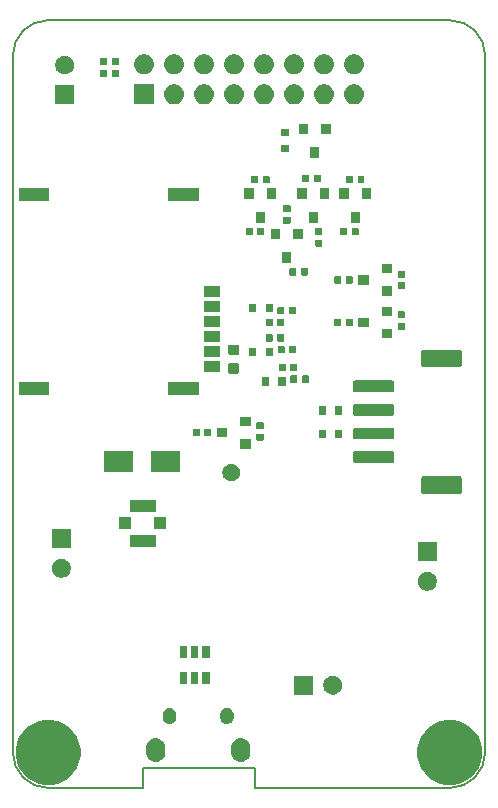
<source format=gbs>
G04 #@! TF.GenerationSoftware,KiCad,Pcbnew,(5.1.0-10-g6006703)*
G04 #@! TF.CreationDate,2019-05-20T20:44:00+08:00*
G04 #@! TF.ProjectId,cicada-4g,63696361-6461-42d3-9467-2e6b69636164,0.1*
G04 #@! TF.SameCoordinates,PX7cee6c0PY3dfd240*
G04 #@! TF.FileFunction,Soldermask,Bot*
G04 #@! TF.FilePolarity,Negative*
%FSLAX46Y46*%
G04 Gerber Fmt 4.6, Leading zero omitted, Abs format (unit mm)*
G04 Created by KiCad (PCBNEW (5.1.0-10-g6006703)) date 2019-05-20 20:44:00*
%MOMM*%
%LPD*%
G04 APERTURE LIST*
%ADD10C,0.150000*%
G04 APERTURE END LIST*
D10*
X500000Y-60000000D02*
X17000000Y-60000000D01*
X500000Y-58300000D02*
X500000Y-60000000D01*
X-9000000Y-58300000D02*
X500000Y-58300000D01*
X-9000000Y-60000000D02*
X-9000000Y-58300000D01*
X-17000000Y-60000000D02*
G75*
G02X-20000000Y-57000000I0J3000000D01*
G01*
X20000000Y-57000000D02*
G75*
G02X17000000Y-60000000I-3000000J0D01*
G01*
X17000000Y5000000D02*
G75*
G02X20000000Y2000000I0J-3000000D01*
G01*
X-20000000Y2000000D02*
G75*
G02X-17000000Y5000000I3000000J0D01*
G01*
X-20000000Y-57000000D02*
X-20000000Y2000000D01*
X-9000000Y-60000000D02*
X-17000000Y-60000000D01*
X20000000Y2000000D02*
X20000000Y-57000000D01*
X-17000000Y5000000D02*
X17000000Y5000000D01*
G36*
X17802144Y-54355680D02*
G01*
X18302612Y-54562981D01*
X18753022Y-54863935D01*
X19136065Y-55246978D01*
X19437019Y-55697388D01*
X19644320Y-56197856D01*
X19750000Y-56729147D01*
X19750000Y-57270853D01*
X19644320Y-57802144D01*
X19437019Y-58302612D01*
X19136065Y-58753022D01*
X18753022Y-59136065D01*
X18302612Y-59437019D01*
X17802144Y-59644320D01*
X17270853Y-59750000D01*
X16729147Y-59750000D01*
X16197856Y-59644320D01*
X15697388Y-59437019D01*
X15246978Y-59136065D01*
X14863935Y-58753022D01*
X14562981Y-58302612D01*
X14355680Y-57802144D01*
X14250000Y-57270853D01*
X14250000Y-56729147D01*
X14355680Y-56197856D01*
X14562981Y-55697388D01*
X14863935Y-55246978D01*
X15246978Y-54863935D01*
X15697388Y-54562981D01*
X16197856Y-54355680D01*
X16729147Y-54250000D01*
X17270853Y-54250000D01*
X17802144Y-54355680D01*
X17802144Y-54355680D01*
G37*
G36*
X-16197856Y-54355680D02*
G01*
X-15697388Y-54562981D01*
X-15246978Y-54863935D01*
X-14863935Y-55246978D01*
X-14562981Y-55697388D01*
X-14355680Y-56197856D01*
X-14250000Y-56729147D01*
X-14250000Y-57270853D01*
X-14355680Y-57802144D01*
X-14562981Y-58302612D01*
X-14863935Y-58753022D01*
X-15246978Y-59136065D01*
X-15697388Y-59437019D01*
X-16197856Y-59644320D01*
X-16729147Y-59750000D01*
X-17270853Y-59750000D01*
X-17802144Y-59644320D01*
X-18302612Y-59437019D01*
X-18753022Y-59136065D01*
X-19136065Y-58753022D01*
X-19437019Y-58302612D01*
X-19644320Y-57802144D01*
X-19750000Y-57270853D01*
X-19750000Y-56729147D01*
X-19644320Y-56197856D01*
X-19437019Y-55697388D01*
X-19136065Y-55246978D01*
X-18753022Y-54863935D01*
X-18302612Y-54562981D01*
X-17802144Y-54355680D01*
X-17270853Y-54250000D01*
X-16729147Y-54250000D01*
X-16197856Y-54355680D01*
X-16197856Y-54355680D01*
G37*
G36*
X-540825Y-55811749D02*
G01*
X-540822Y-55811750D01*
X-540821Y-55811750D01*
X-387759Y-55858181D01*
X-387756Y-55858183D01*
X-387755Y-55858183D01*
X-246697Y-55933580D01*
X-123051Y-56035052D01*
X-21580Y-56158696D01*
X-649Y-56197855D01*
X53819Y-56299758D01*
X53819Y-56299759D01*
X100251Y-56452824D01*
X112000Y-56572115D01*
X112000Y-57027884D01*
X100251Y-57147176D01*
X100250Y-57147179D01*
X100250Y-57147180D01*
X53819Y-57300242D01*
X53817Y-57300245D01*
X53817Y-57300246D01*
X-21580Y-57441304D01*
X-123051Y-57564949D01*
X-246696Y-57666420D01*
X-387754Y-57741817D01*
X-387758Y-57741819D01*
X-540820Y-57788250D01*
X-540821Y-57788250D01*
X-540824Y-57788251D01*
X-700000Y-57803928D01*
X-859175Y-57788251D01*
X-859178Y-57788250D01*
X-859179Y-57788250D01*
X-1012241Y-57741819D01*
X-1012245Y-57741817D01*
X-1153303Y-57666420D01*
X-1276945Y-57564951D01*
X-1378422Y-57441301D01*
X-1453817Y-57300246D01*
X-1453817Y-57300245D01*
X-1453819Y-57300242D01*
X-1500250Y-57147180D01*
X-1500250Y-57147179D01*
X-1500251Y-57147176D01*
X-1512000Y-57027885D01*
X-1512000Y-56572116D01*
X-1500251Y-56452825D01*
X-1500250Y-56452821D01*
X-1453819Y-56299759D01*
X-1378419Y-56158696D01*
X-1378418Y-56158695D01*
X-1276948Y-56035051D01*
X-1153304Y-55933580D01*
X-1012246Y-55858183D01*
X-1012245Y-55858183D01*
X-1012242Y-55858181D01*
X-859180Y-55811750D01*
X-859179Y-55811750D01*
X-859176Y-55811749D01*
X-700000Y-55796072D01*
X-540825Y-55811749D01*
X-540825Y-55811749D01*
G37*
G36*
X-7740825Y-55811749D02*
G01*
X-7740822Y-55811750D01*
X-7740821Y-55811750D01*
X-7587759Y-55858181D01*
X-7587756Y-55858183D01*
X-7587755Y-55858183D01*
X-7446697Y-55933580D01*
X-7323051Y-56035052D01*
X-7221580Y-56158696D01*
X-7200649Y-56197855D01*
X-7146181Y-56299758D01*
X-7146181Y-56299759D01*
X-7099749Y-56452824D01*
X-7088000Y-56572115D01*
X-7088000Y-57027884D01*
X-7099749Y-57147176D01*
X-7099750Y-57147179D01*
X-7099750Y-57147180D01*
X-7146181Y-57300242D01*
X-7146183Y-57300245D01*
X-7146183Y-57300246D01*
X-7221580Y-57441304D01*
X-7323051Y-57564949D01*
X-7446696Y-57666420D01*
X-7587754Y-57741817D01*
X-7587758Y-57741819D01*
X-7740820Y-57788250D01*
X-7740821Y-57788250D01*
X-7740824Y-57788251D01*
X-7900000Y-57803928D01*
X-8059175Y-57788251D01*
X-8059178Y-57788250D01*
X-8059179Y-57788250D01*
X-8212241Y-57741819D01*
X-8212245Y-57741817D01*
X-8353303Y-57666420D01*
X-8476945Y-57564951D01*
X-8578422Y-57441301D01*
X-8653817Y-57300246D01*
X-8653817Y-57300245D01*
X-8653819Y-57300242D01*
X-8700250Y-57147180D01*
X-8700250Y-57147179D01*
X-8700251Y-57147176D01*
X-8712000Y-57027885D01*
X-8712000Y-56572116D01*
X-8700251Y-56452825D01*
X-8700250Y-56452821D01*
X-8653819Y-56299759D01*
X-8578419Y-56158696D01*
X-8578418Y-56158695D01*
X-8476948Y-56035051D01*
X-8353304Y-55933580D01*
X-8212246Y-55858183D01*
X-8212245Y-55858183D01*
X-8212242Y-55858181D01*
X-8059180Y-55811750D01*
X-8059179Y-55811750D01*
X-8059176Y-55811749D01*
X-7900000Y-55796072D01*
X-7740825Y-55811749D01*
X-7740825Y-55811749D01*
G37*
G36*
X-6622387Y-53232325D02*
G01*
X-6612280Y-53233320D01*
X-6558087Y-53249760D01*
X-6503893Y-53266199D01*
X-6404003Y-53319592D01*
X-6316446Y-53391446D01*
X-6244592Y-53479002D01*
X-6191199Y-53578892D01*
X-6158320Y-53687280D01*
X-6150000Y-53771754D01*
X-6150000Y-54028245D01*
X-6157131Y-54100651D01*
X-6158320Y-54112720D01*
X-6174760Y-54166913D01*
X-6191199Y-54221107D01*
X-6191200Y-54221108D01*
X-6244592Y-54320998D01*
X-6266917Y-54348201D01*
X-6316446Y-54408554D01*
X-6404002Y-54480408D01*
X-6503892Y-54533801D01*
X-6558086Y-54550241D01*
X-6612279Y-54566680D01*
X-6622386Y-54567675D01*
X-6725000Y-54577782D01*
X-6827613Y-54567675D01*
X-6837720Y-54566680D01*
X-6891913Y-54550241D01*
X-6946107Y-54533801D01*
X-7045997Y-54480408D01*
X-7133553Y-54408554D01*
X-7205407Y-54320998D01*
X-7258801Y-54221108D01*
X-7291680Y-54112720D01*
X-7300000Y-54028246D01*
X-7300000Y-53771755D01*
X-7291680Y-53687281D01*
X-7291679Y-53687279D01*
X-7258801Y-53578894D01*
X-7258801Y-53578893D01*
X-7205408Y-53479003D01*
X-7133554Y-53391446D01*
X-7045998Y-53319592D01*
X-6946108Y-53266199D01*
X-6891914Y-53249760D01*
X-6837721Y-53233320D01*
X-6827614Y-53232325D01*
X-6725000Y-53222218D01*
X-6622387Y-53232325D01*
X-6622387Y-53232325D01*
G37*
G36*
X-1772387Y-53232325D02*
G01*
X-1762280Y-53233320D01*
X-1708087Y-53249760D01*
X-1653893Y-53266199D01*
X-1554003Y-53319592D01*
X-1466446Y-53391446D01*
X-1394592Y-53479002D01*
X-1341199Y-53578892D01*
X-1308320Y-53687280D01*
X-1300000Y-53771754D01*
X-1300000Y-54028245D01*
X-1307131Y-54100651D01*
X-1308320Y-54112720D01*
X-1324760Y-54166913D01*
X-1341199Y-54221107D01*
X-1341200Y-54221108D01*
X-1394592Y-54320998D01*
X-1416917Y-54348201D01*
X-1466446Y-54408554D01*
X-1554002Y-54480408D01*
X-1653892Y-54533801D01*
X-1708086Y-54550241D01*
X-1762279Y-54566680D01*
X-1772386Y-54567675D01*
X-1875000Y-54577782D01*
X-1977613Y-54567675D01*
X-1987720Y-54566680D01*
X-2041913Y-54550241D01*
X-2096107Y-54533801D01*
X-2195997Y-54480408D01*
X-2283553Y-54408554D01*
X-2355407Y-54320998D01*
X-2408801Y-54221108D01*
X-2441680Y-54112720D01*
X-2450000Y-54028246D01*
X-2450000Y-53771755D01*
X-2441680Y-53687281D01*
X-2441679Y-53687279D01*
X-2408801Y-53578894D01*
X-2408801Y-53578893D01*
X-2355408Y-53479003D01*
X-2283554Y-53391446D01*
X-2195998Y-53319592D01*
X-2096108Y-53266199D01*
X-2041914Y-53249760D01*
X-1987721Y-53233320D01*
X-1977614Y-53232325D01*
X-1875000Y-53222218D01*
X-1772387Y-53232325D01*
X-1772387Y-53232325D01*
G37*
G36*
X7333351Y-50530743D02*
G01*
X7478941Y-50591048D01*
X7609970Y-50678599D01*
X7721401Y-50790030D01*
X7808952Y-50921059D01*
X7869257Y-51066649D01*
X7900000Y-51221206D01*
X7900000Y-51378794D01*
X7869257Y-51533351D01*
X7808952Y-51678941D01*
X7721401Y-51809970D01*
X7609970Y-51921401D01*
X7478941Y-52008952D01*
X7333351Y-52069257D01*
X7178794Y-52100000D01*
X7021206Y-52100000D01*
X6866649Y-52069257D01*
X6721059Y-52008952D01*
X6590030Y-51921401D01*
X6478599Y-51809970D01*
X6391048Y-51678941D01*
X6330743Y-51533351D01*
X6300000Y-51378794D01*
X6300000Y-51221206D01*
X6330743Y-51066649D01*
X6391048Y-50921059D01*
X6478599Y-50790030D01*
X6590030Y-50678599D01*
X6721059Y-50591048D01*
X6866649Y-50530743D01*
X7021206Y-50500000D01*
X7178794Y-50500000D01*
X7333351Y-50530743D01*
X7333351Y-50530743D01*
G37*
G36*
X5400000Y-52100000D02*
G01*
X3800000Y-52100000D01*
X3800000Y-50500000D01*
X5400000Y-50500000D01*
X5400000Y-52100000D01*
X5400000Y-52100000D01*
G37*
G36*
X-4275000Y-51230000D02*
G01*
X-4925000Y-51230000D01*
X-4925000Y-50170000D01*
X-4275000Y-50170000D01*
X-4275000Y-51230000D01*
X-4275000Y-51230000D01*
G37*
G36*
X-3325000Y-51230000D02*
G01*
X-3975000Y-51230000D01*
X-3975000Y-50170000D01*
X-3325000Y-50170000D01*
X-3325000Y-51230000D01*
X-3325000Y-51230000D01*
G37*
G36*
X-5225000Y-51230000D02*
G01*
X-5875000Y-51230000D01*
X-5875000Y-50170000D01*
X-5225000Y-50170000D01*
X-5225000Y-51230000D01*
X-5225000Y-51230000D01*
G37*
G36*
X-4275000Y-49030000D02*
G01*
X-4925000Y-49030000D01*
X-4925000Y-47970000D01*
X-4275000Y-47970000D01*
X-4275000Y-49030000D01*
X-4275000Y-49030000D01*
G37*
G36*
X-3325000Y-49030000D02*
G01*
X-3975000Y-49030000D01*
X-3975000Y-47970000D01*
X-3325000Y-47970000D01*
X-3325000Y-49030000D01*
X-3325000Y-49030000D01*
G37*
G36*
X-5225000Y-49030000D02*
G01*
X-5875000Y-49030000D01*
X-5875000Y-47970000D01*
X-5225000Y-47970000D01*
X-5225000Y-49030000D01*
X-5225000Y-49030000D01*
G37*
G36*
X15333351Y-41730743D02*
G01*
X15478941Y-41791048D01*
X15609970Y-41878599D01*
X15721401Y-41990030D01*
X15808952Y-42121059D01*
X15869257Y-42266649D01*
X15900000Y-42421206D01*
X15900000Y-42578794D01*
X15869257Y-42733351D01*
X15808952Y-42878941D01*
X15721401Y-43009970D01*
X15609970Y-43121401D01*
X15478941Y-43208952D01*
X15333351Y-43269257D01*
X15178794Y-43300000D01*
X15021206Y-43300000D01*
X14866649Y-43269257D01*
X14721059Y-43208952D01*
X14590030Y-43121401D01*
X14478599Y-43009970D01*
X14391048Y-42878941D01*
X14330743Y-42733351D01*
X14300000Y-42578794D01*
X14300000Y-42421206D01*
X14330743Y-42266649D01*
X14391048Y-42121059D01*
X14478599Y-41990030D01*
X14590030Y-41878599D01*
X14721059Y-41791048D01*
X14866649Y-41730743D01*
X15021206Y-41700000D01*
X15178794Y-41700000D01*
X15333351Y-41730743D01*
X15333351Y-41730743D01*
G37*
G36*
X-15666649Y-40630743D02*
G01*
X-15521059Y-40691048D01*
X-15390030Y-40778599D01*
X-15278599Y-40890030D01*
X-15191048Y-41021059D01*
X-15130743Y-41166649D01*
X-15100000Y-41321206D01*
X-15100000Y-41478794D01*
X-15130743Y-41633351D01*
X-15191048Y-41778941D01*
X-15278599Y-41909970D01*
X-15390030Y-42021401D01*
X-15521059Y-42108952D01*
X-15666649Y-42169257D01*
X-15821206Y-42200000D01*
X-15978794Y-42200000D01*
X-16133351Y-42169257D01*
X-16278941Y-42108952D01*
X-16409970Y-42021401D01*
X-16521401Y-41909970D01*
X-16608952Y-41778941D01*
X-16669257Y-41633351D01*
X-16700000Y-41478794D01*
X-16700000Y-41321206D01*
X-16669257Y-41166649D01*
X-16608952Y-41021059D01*
X-16521401Y-40890030D01*
X-16409970Y-40778599D01*
X-16278941Y-40691048D01*
X-16133351Y-40630743D01*
X-15978794Y-40600000D01*
X-15821206Y-40600000D01*
X-15666649Y-40630743D01*
X-15666649Y-40630743D01*
G37*
G36*
X15900000Y-40800000D02*
G01*
X14300000Y-40800000D01*
X14300000Y-39200000D01*
X15900000Y-39200000D01*
X15900000Y-40800000D01*
X15900000Y-40800000D01*
G37*
G36*
X-15100000Y-39700000D02*
G01*
X-16700000Y-39700000D01*
X-16700000Y-38100000D01*
X-15100000Y-38100000D01*
X-15100000Y-39700000D01*
X-15100000Y-39700000D01*
G37*
G36*
X-7900000Y-39600000D02*
G01*
X-10100000Y-39600000D01*
X-10100000Y-38550000D01*
X-7900000Y-38550000D01*
X-7900000Y-39600000D01*
X-7900000Y-39600000D01*
G37*
G36*
X-10000000Y-38100000D02*
G01*
X-11000000Y-38100000D01*
X-11000000Y-37100000D01*
X-10000000Y-37100000D01*
X-10000000Y-38100000D01*
X-10000000Y-38100000D01*
G37*
G36*
X-7000000Y-38100000D02*
G01*
X-8000000Y-38100000D01*
X-8000000Y-37100000D01*
X-7000000Y-37100000D01*
X-7000000Y-38100000D01*
X-7000000Y-38100000D01*
G37*
G36*
X-7900000Y-36650000D02*
G01*
X-10100000Y-36650000D01*
X-10100000Y-35600000D01*
X-7900000Y-35600000D01*
X-7900000Y-36650000D01*
X-7900000Y-36650000D01*
G37*
G36*
X17865731Y-33603795D02*
G01*
X17896879Y-33613244D01*
X17925593Y-33628592D01*
X17950757Y-33649243D01*
X17971408Y-33674407D01*
X17986756Y-33703121D01*
X17996205Y-33734269D01*
X18000000Y-33772806D01*
X18000000Y-34927194D01*
X17996205Y-34965731D01*
X17986756Y-34996879D01*
X17971408Y-35025593D01*
X17950757Y-35050757D01*
X17925593Y-35071408D01*
X17896879Y-35086756D01*
X17865731Y-35096205D01*
X17827194Y-35100000D01*
X14772806Y-35100000D01*
X14734269Y-35096205D01*
X14703121Y-35086756D01*
X14674407Y-35071408D01*
X14649243Y-35050757D01*
X14628592Y-35025593D01*
X14613244Y-34996879D01*
X14603795Y-34965731D01*
X14600000Y-34927194D01*
X14600000Y-33772806D01*
X14603795Y-33734269D01*
X14613244Y-33703121D01*
X14628592Y-33674407D01*
X14649243Y-33649243D01*
X14674407Y-33628592D01*
X14703121Y-33613244D01*
X14734269Y-33603795D01*
X14772806Y-33600000D01*
X17827194Y-33600000D01*
X17865731Y-33603795D01*
X17865731Y-33603795D01*
G37*
G36*
X-1281234Y-32578821D02*
G01*
X-1144743Y-32635358D01*
X-1021903Y-32717437D01*
X-917437Y-32821903D01*
X-835358Y-32944743D01*
X-778821Y-33081234D01*
X-750000Y-33226130D01*
X-750000Y-33373870D01*
X-778821Y-33518766D01*
X-835358Y-33655257D01*
X-917437Y-33778097D01*
X-1021903Y-33882563D01*
X-1144743Y-33964642D01*
X-1281234Y-34021179D01*
X-1426130Y-34050000D01*
X-1573870Y-34050000D01*
X-1718766Y-34021179D01*
X-1855257Y-33964642D01*
X-1978097Y-33882563D01*
X-2082563Y-33778097D01*
X-2164642Y-33655257D01*
X-2221179Y-33518766D01*
X-2250000Y-33373870D01*
X-2250000Y-33226130D01*
X-2221179Y-33081234D01*
X-2164642Y-32944743D01*
X-2082563Y-32821903D01*
X-1978097Y-32717437D01*
X-1855257Y-32635358D01*
X-1718766Y-32578821D01*
X-1573870Y-32550000D01*
X-1426130Y-32550000D01*
X-1281234Y-32578821D01*
X-1281234Y-32578821D01*
G37*
G36*
X-5800000Y-33250000D02*
G01*
X-8300000Y-33250000D01*
X-8300000Y-31450000D01*
X-5800000Y-31450000D01*
X-5800000Y-33250000D01*
X-5800000Y-33250000D01*
G37*
G36*
X-9800000Y-33250000D02*
G01*
X-12300000Y-33250000D01*
X-12300000Y-31450000D01*
X-9800000Y-31450000D01*
X-9800000Y-33250000D01*
X-9800000Y-33250000D01*
G37*
G36*
X12148963Y-31504196D02*
G01*
X12184021Y-31514831D01*
X12216332Y-31532102D01*
X12244655Y-31555345D01*
X12267898Y-31583668D01*
X12285169Y-31615979D01*
X12295804Y-31651037D01*
X12300000Y-31693641D01*
X12300000Y-32306359D01*
X12295804Y-32348963D01*
X12285169Y-32384021D01*
X12267898Y-32416332D01*
X12244655Y-32444655D01*
X12216332Y-32467898D01*
X12184021Y-32485169D01*
X12148963Y-32495804D01*
X12106359Y-32500000D01*
X8993641Y-32500000D01*
X8951037Y-32495804D01*
X8915979Y-32485169D01*
X8883668Y-32467898D01*
X8855345Y-32444655D01*
X8832102Y-32416332D01*
X8814831Y-32384021D01*
X8804196Y-32348963D01*
X8800000Y-32306359D01*
X8800000Y-31693641D01*
X8804196Y-31651037D01*
X8814831Y-31615979D01*
X8832102Y-31583668D01*
X8855345Y-31555345D01*
X8883668Y-31532102D01*
X8915979Y-31514831D01*
X8951037Y-31504196D01*
X8993641Y-31500000D01*
X12106359Y-31500000D01*
X12148963Y-31504196D01*
X12148963Y-31504196D01*
G37*
G36*
X175126Y-31272183D02*
G01*
X-724874Y-31272183D01*
X-724874Y-30472183D01*
X175126Y-30472183D01*
X175126Y-31272183D01*
X175126Y-31272183D01*
G37*
G36*
X1176589Y-30014409D02*
G01*
X1192425Y-30019213D01*
X1207012Y-30027010D01*
X1219803Y-30037506D01*
X1230299Y-30050297D01*
X1238096Y-30064884D01*
X1242900Y-30080720D01*
X1245126Y-30103323D01*
X1245126Y-30511043D01*
X1242900Y-30533646D01*
X1238096Y-30549482D01*
X1230299Y-30564069D01*
X1219803Y-30576860D01*
X1207012Y-30587356D01*
X1192425Y-30595153D01*
X1176589Y-30599957D01*
X1153986Y-30602183D01*
X696266Y-30602183D01*
X673663Y-30599957D01*
X657827Y-30595153D01*
X643240Y-30587356D01*
X630449Y-30576860D01*
X619953Y-30564069D01*
X612156Y-30549482D01*
X607352Y-30533646D01*
X605126Y-30511043D01*
X605126Y-30103323D01*
X607352Y-30080720D01*
X612156Y-30064884D01*
X619953Y-30050297D01*
X630449Y-30037506D01*
X643240Y-30027010D01*
X657827Y-30019213D01*
X673663Y-30014409D01*
X696266Y-30012183D01*
X1153986Y-30012183D01*
X1176589Y-30014409D01*
X1176589Y-30014409D01*
G37*
G36*
X12148963Y-29504196D02*
G01*
X12184021Y-29514831D01*
X12216332Y-29532102D01*
X12244655Y-29555345D01*
X12267898Y-29583668D01*
X12285169Y-29615979D01*
X12295804Y-29651037D01*
X12300000Y-29693641D01*
X12300000Y-30306359D01*
X12295804Y-30348963D01*
X12285169Y-30384021D01*
X12267898Y-30416332D01*
X12244655Y-30444655D01*
X12216332Y-30467898D01*
X12184021Y-30485169D01*
X12148963Y-30495804D01*
X12106359Y-30500000D01*
X8993641Y-30500000D01*
X8951037Y-30495804D01*
X8915979Y-30485169D01*
X8883668Y-30467898D01*
X8855345Y-30444655D01*
X8832102Y-30416332D01*
X8814831Y-30384021D01*
X8804196Y-30348963D01*
X8800000Y-30306359D01*
X8800000Y-29693641D01*
X8804196Y-29651037D01*
X8814831Y-29615979D01*
X8832102Y-29583668D01*
X8855345Y-29555345D01*
X8883668Y-29532102D01*
X8915979Y-29514831D01*
X8951037Y-29504196D01*
X8993641Y-29500000D01*
X12106359Y-29500000D01*
X12148963Y-29504196D01*
X12148963Y-29504196D01*
G37*
G36*
X6500000Y-30400000D02*
G01*
X5900000Y-30400000D01*
X5900000Y-29700000D01*
X6500000Y-29700000D01*
X6500000Y-30400000D01*
X6500000Y-30400000D01*
G37*
G36*
X7900000Y-30400000D02*
G01*
X7300000Y-30400000D01*
X7300000Y-29700000D01*
X7900000Y-29700000D01*
X7900000Y-30400000D01*
X7900000Y-30400000D01*
G37*
G36*
X-1824874Y-30322183D02*
G01*
X-2724874Y-30322183D01*
X-2724874Y-29522183D01*
X-1824874Y-29522183D01*
X-1824874Y-30322183D01*
X-1824874Y-30322183D01*
G37*
G36*
X-4233410Y-29604407D02*
G01*
X-4217574Y-29609211D01*
X-4202987Y-29617008D01*
X-4190196Y-29627504D01*
X-4179700Y-29640295D01*
X-4171903Y-29654882D01*
X-4167099Y-29670718D01*
X-4164873Y-29693321D01*
X-4164873Y-30151041D01*
X-4167099Y-30173644D01*
X-4171903Y-30189480D01*
X-4179700Y-30204067D01*
X-4190196Y-30216858D01*
X-4202987Y-30227354D01*
X-4217574Y-30235151D01*
X-4233410Y-30239955D01*
X-4256013Y-30242181D01*
X-4663733Y-30242181D01*
X-4686336Y-30239955D01*
X-4702172Y-30235151D01*
X-4716759Y-30227354D01*
X-4729550Y-30216858D01*
X-4740046Y-30204067D01*
X-4747843Y-30189480D01*
X-4752647Y-30173644D01*
X-4754873Y-30151041D01*
X-4754873Y-29693321D01*
X-4752647Y-29670718D01*
X-4747843Y-29654882D01*
X-4740046Y-29640295D01*
X-4729550Y-29627504D01*
X-4716759Y-29617008D01*
X-4702172Y-29609211D01*
X-4686336Y-29604407D01*
X-4663733Y-29602181D01*
X-4256013Y-29602181D01*
X-4233410Y-29604407D01*
X-4233410Y-29604407D01*
G37*
G36*
X-3263410Y-29604407D02*
G01*
X-3247574Y-29609211D01*
X-3232987Y-29617008D01*
X-3220196Y-29627504D01*
X-3209700Y-29640295D01*
X-3201903Y-29654882D01*
X-3197099Y-29670718D01*
X-3194873Y-29693321D01*
X-3194873Y-30151041D01*
X-3197099Y-30173644D01*
X-3201903Y-30189480D01*
X-3209700Y-30204067D01*
X-3220196Y-30216858D01*
X-3232987Y-30227354D01*
X-3247574Y-30235151D01*
X-3263410Y-30239955D01*
X-3286013Y-30242181D01*
X-3693733Y-30242181D01*
X-3716336Y-30239955D01*
X-3732172Y-30235151D01*
X-3746759Y-30227354D01*
X-3759550Y-30216858D01*
X-3770046Y-30204067D01*
X-3777843Y-30189480D01*
X-3782647Y-30173644D01*
X-3784873Y-30151041D01*
X-3784873Y-29693321D01*
X-3782647Y-29670718D01*
X-3777843Y-29654882D01*
X-3770046Y-29640295D01*
X-3759550Y-29627504D01*
X-3746759Y-29617008D01*
X-3732172Y-29609211D01*
X-3716336Y-29604407D01*
X-3693733Y-29602181D01*
X-3286013Y-29602181D01*
X-3263410Y-29604407D01*
X-3263410Y-29604407D01*
G37*
G36*
X1176589Y-29044409D02*
G01*
X1192425Y-29049213D01*
X1207012Y-29057010D01*
X1219803Y-29067506D01*
X1230299Y-29080297D01*
X1238096Y-29094884D01*
X1242900Y-29110720D01*
X1245126Y-29133323D01*
X1245126Y-29541043D01*
X1242900Y-29563646D01*
X1238096Y-29579482D01*
X1230299Y-29594069D01*
X1219803Y-29606860D01*
X1207012Y-29617356D01*
X1192425Y-29625153D01*
X1176589Y-29629957D01*
X1153986Y-29632183D01*
X696266Y-29632183D01*
X673663Y-29629957D01*
X657827Y-29625153D01*
X643240Y-29617356D01*
X630449Y-29606860D01*
X619953Y-29594069D01*
X612156Y-29579482D01*
X607352Y-29563646D01*
X605126Y-29541043D01*
X605126Y-29133323D01*
X607352Y-29110720D01*
X612156Y-29094884D01*
X619953Y-29080297D01*
X630449Y-29067506D01*
X643240Y-29057010D01*
X657827Y-29049213D01*
X673663Y-29044409D01*
X696266Y-29042183D01*
X1153986Y-29042183D01*
X1176589Y-29044409D01*
X1176589Y-29044409D01*
G37*
G36*
X175126Y-29372183D02*
G01*
X-724874Y-29372183D01*
X-724874Y-28572183D01*
X175126Y-28572183D01*
X175126Y-29372183D01*
X175126Y-29372183D01*
G37*
G36*
X12148963Y-27504196D02*
G01*
X12184021Y-27514831D01*
X12216332Y-27532102D01*
X12244655Y-27555345D01*
X12267898Y-27583668D01*
X12285169Y-27615979D01*
X12295804Y-27651037D01*
X12300000Y-27693641D01*
X12300000Y-28306359D01*
X12295804Y-28348963D01*
X12285169Y-28384021D01*
X12267898Y-28416332D01*
X12244655Y-28444655D01*
X12216332Y-28467898D01*
X12184021Y-28485169D01*
X12148963Y-28495804D01*
X12106359Y-28500000D01*
X8993641Y-28500000D01*
X8951037Y-28495804D01*
X8915979Y-28485169D01*
X8883668Y-28467898D01*
X8855345Y-28444655D01*
X8832102Y-28416332D01*
X8814831Y-28384021D01*
X8804196Y-28348963D01*
X8800000Y-28306359D01*
X8800000Y-27693641D01*
X8804196Y-27651037D01*
X8814831Y-27615979D01*
X8832102Y-27583668D01*
X8855345Y-27555345D01*
X8883668Y-27532102D01*
X8915979Y-27514831D01*
X8951037Y-27504196D01*
X8993641Y-27500000D01*
X12106359Y-27500000D01*
X12148963Y-27504196D01*
X12148963Y-27504196D01*
G37*
G36*
X6500000Y-28400000D02*
G01*
X5900000Y-28400000D01*
X5900000Y-27700000D01*
X6500000Y-27700000D01*
X6500000Y-28400000D01*
X6500000Y-28400000D01*
G37*
G36*
X7900000Y-28400000D02*
G01*
X7300000Y-28400000D01*
X7300000Y-27700000D01*
X7900000Y-27700000D01*
X7900000Y-28400000D01*
X7900000Y-28400000D01*
G37*
G36*
X-16905000Y-26750000D02*
G01*
X-19505000Y-26750000D01*
X-19505000Y-25650000D01*
X-16905000Y-25650000D01*
X-16905000Y-26750000D01*
X-16905000Y-26750000D01*
G37*
G36*
X-4225000Y-26750000D02*
G01*
X-6825000Y-26750000D01*
X-6825000Y-25650000D01*
X-4225000Y-25650000D01*
X-4225000Y-26750000D01*
X-4225000Y-26750000D01*
G37*
G36*
X12148963Y-25504196D02*
G01*
X12184021Y-25514831D01*
X12216332Y-25532102D01*
X12244655Y-25555345D01*
X12267898Y-25583668D01*
X12285169Y-25615979D01*
X12295804Y-25651037D01*
X12300000Y-25693641D01*
X12300000Y-26306359D01*
X12295804Y-26348963D01*
X12285169Y-26384021D01*
X12267898Y-26416332D01*
X12244655Y-26444655D01*
X12216332Y-26467898D01*
X12184021Y-26485169D01*
X12148963Y-26495804D01*
X12106359Y-26500000D01*
X8993641Y-26500000D01*
X8951037Y-26495804D01*
X8915979Y-26485169D01*
X8883668Y-26467898D01*
X8855345Y-26444655D01*
X8832102Y-26416332D01*
X8814831Y-26384021D01*
X8804196Y-26348963D01*
X8800000Y-26306359D01*
X8800000Y-25693641D01*
X8804196Y-25651037D01*
X8814831Y-25615979D01*
X8832102Y-25583668D01*
X8855345Y-25555345D01*
X8883668Y-25532102D01*
X8915979Y-25514831D01*
X8951037Y-25504196D01*
X8993641Y-25500000D01*
X12106359Y-25500000D01*
X12148963Y-25504196D01*
X12148963Y-25504196D01*
G37*
G36*
X1700000Y-25950000D02*
G01*
X1100000Y-25950000D01*
X1100000Y-25250000D01*
X1700000Y-25250000D01*
X1700000Y-25950000D01*
X1700000Y-25950000D01*
G37*
G36*
X3100000Y-25950000D02*
G01*
X2500000Y-25950000D01*
X2500000Y-25250000D01*
X3100000Y-25250000D01*
X3100000Y-25950000D01*
X3100000Y-25950000D01*
G37*
G36*
X4996463Y-25082226D02*
G01*
X5012299Y-25087030D01*
X5026886Y-25094827D01*
X5039677Y-25105323D01*
X5050173Y-25118114D01*
X5057970Y-25132701D01*
X5062774Y-25148537D01*
X5065000Y-25171140D01*
X5065000Y-25628860D01*
X5062774Y-25651463D01*
X5057970Y-25667299D01*
X5050173Y-25681886D01*
X5039677Y-25694677D01*
X5026886Y-25705173D01*
X5012299Y-25712970D01*
X4996463Y-25717774D01*
X4973860Y-25720000D01*
X4566140Y-25720000D01*
X4543537Y-25717774D01*
X4527701Y-25712970D01*
X4513114Y-25705173D01*
X4500323Y-25694677D01*
X4489827Y-25681886D01*
X4482030Y-25667299D01*
X4477226Y-25651463D01*
X4475000Y-25628860D01*
X4475000Y-25171140D01*
X4477226Y-25148537D01*
X4482030Y-25132701D01*
X4489827Y-25118114D01*
X4500323Y-25105323D01*
X4513114Y-25094827D01*
X4527701Y-25087030D01*
X4543537Y-25082226D01*
X4566140Y-25080000D01*
X4973860Y-25080000D01*
X4996463Y-25082226D01*
X4996463Y-25082226D01*
G37*
G36*
X4026463Y-25082226D02*
G01*
X4042299Y-25087030D01*
X4056886Y-25094827D01*
X4069677Y-25105323D01*
X4080173Y-25118114D01*
X4087970Y-25132701D01*
X4092774Y-25148537D01*
X4095000Y-25171140D01*
X4095000Y-25628860D01*
X4092774Y-25651463D01*
X4087970Y-25667299D01*
X4080173Y-25681886D01*
X4069677Y-25694677D01*
X4056886Y-25705173D01*
X4042299Y-25712970D01*
X4026463Y-25717774D01*
X4003860Y-25720000D01*
X3596140Y-25720000D01*
X3573537Y-25717774D01*
X3557701Y-25712970D01*
X3543114Y-25705173D01*
X3530323Y-25694677D01*
X3519827Y-25681886D01*
X3512030Y-25667299D01*
X3507226Y-25651463D01*
X3505000Y-25628860D01*
X3505000Y-25171140D01*
X3507226Y-25148537D01*
X3512030Y-25132701D01*
X3519827Y-25118114D01*
X3530323Y-25105323D01*
X3543114Y-25094827D01*
X3557701Y-25087030D01*
X3573537Y-25082226D01*
X3596140Y-25080000D01*
X4003860Y-25080000D01*
X4026463Y-25082226D01*
X4026463Y-25082226D01*
G37*
G36*
X-950884Y-24053595D02*
G01*
X-921689Y-24062452D01*
X-894777Y-24076837D01*
X-871192Y-24096192D01*
X-851837Y-24119777D01*
X-837452Y-24146689D01*
X-828595Y-24175884D01*
X-825000Y-24212390D01*
X-825000Y-24762610D01*
X-828595Y-24799116D01*
X-837452Y-24828311D01*
X-851837Y-24855223D01*
X-871192Y-24878808D01*
X-894777Y-24898163D01*
X-921689Y-24912548D01*
X-950884Y-24921405D01*
X-987390Y-24925000D01*
X-1612610Y-24925000D01*
X-1649116Y-24921405D01*
X-1678311Y-24912548D01*
X-1705223Y-24898163D01*
X-1728808Y-24878808D01*
X-1748163Y-24855223D01*
X-1762548Y-24828311D01*
X-1771405Y-24799116D01*
X-1775000Y-24762610D01*
X-1775000Y-24212390D01*
X-1771405Y-24175884D01*
X-1762548Y-24146689D01*
X-1748163Y-24119777D01*
X-1728808Y-24096192D01*
X-1705223Y-24076837D01*
X-1678311Y-24062452D01*
X-1649116Y-24053595D01*
X-1612610Y-24050000D01*
X-987390Y-24050000D01*
X-950884Y-24053595D01*
X-950884Y-24053595D01*
G37*
G36*
X-2425000Y-24800000D02*
G01*
X-3775000Y-24800000D01*
X-3775000Y-23900000D01*
X-2425000Y-23900000D01*
X-2425000Y-24800000D01*
X-2425000Y-24800000D01*
G37*
G36*
X3041463Y-24082226D02*
G01*
X3057299Y-24087030D01*
X3071886Y-24094827D01*
X3084677Y-24105323D01*
X3095173Y-24118114D01*
X3102970Y-24132701D01*
X3107774Y-24148537D01*
X3110000Y-24171140D01*
X3110000Y-24628860D01*
X3107774Y-24651463D01*
X3102970Y-24667299D01*
X3095173Y-24681886D01*
X3084677Y-24694677D01*
X3071886Y-24705173D01*
X3057299Y-24712970D01*
X3041463Y-24717774D01*
X3018860Y-24720000D01*
X2611140Y-24720000D01*
X2588537Y-24717774D01*
X2572701Y-24712970D01*
X2558114Y-24705173D01*
X2545323Y-24694677D01*
X2534827Y-24681886D01*
X2527030Y-24667299D01*
X2522226Y-24651463D01*
X2520000Y-24628860D01*
X2520000Y-24171140D01*
X2522226Y-24148537D01*
X2527030Y-24132701D01*
X2534827Y-24118114D01*
X2545323Y-24105323D01*
X2558114Y-24094827D01*
X2572701Y-24087030D01*
X2588537Y-24082226D01*
X2611140Y-24080000D01*
X3018860Y-24080000D01*
X3041463Y-24082226D01*
X3041463Y-24082226D01*
G37*
G36*
X4011463Y-24082226D02*
G01*
X4027299Y-24087030D01*
X4041886Y-24094827D01*
X4054677Y-24105323D01*
X4065173Y-24118114D01*
X4072970Y-24132701D01*
X4077774Y-24148537D01*
X4080000Y-24171140D01*
X4080000Y-24628860D01*
X4077774Y-24651463D01*
X4072970Y-24667299D01*
X4065173Y-24681886D01*
X4054677Y-24694677D01*
X4041886Y-24705173D01*
X4027299Y-24712970D01*
X4011463Y-24717774D01*
X3988860Y-24720000D01*
X3581140Y-24720000D01*
X3558537Y-24717774D01*
X3542701Y-24712970D01*
X3528114Y-24705173D01*
X3515323Y-24694677D01*
X3504827Y-24681886D01*
X3497030Y-24667299D01*
X3492226Y-24651463D01*
X3490000Y-24628860D01*
X3490000Y-24171140D01*
X3492226Y-24148537D01*
X3497030Y-24132701D01*
X3504827Y-24118114D01*
X3515323Y-24105323D01*
X3528114Y-24094827D01*
X3542701Y-24087030D01*
X3558537Y-24082226D01*
X3581140Y-24080000D01*
X3988860Y-24080000D01*
X4011463Y-24082226D01*
X4011463Y-24082226D01*
G37*
G36*
X17865731Y-22903795D02*
G01*
X17896879Y-22913244D01*
X17925593Y-22928592D01*
X17950757Y-22949243D01*
X17971408Y-22974407D01*
X17986756Y-23003121D01*
X17996205Y-23034269D01*
X18000000Y-23072806D01*
X18000000Y-24227194D01*
X17996205Y-24265731D01*
X17986756Y-24296879D01*
X17971408Y-24325593D01*
X17950757Y-24350757D01*
X17925593Y-24371408D01*
X17896879Y-24386756D01*
X17865731Y-24396205D01*
X17827194Y-24400000D01*
X14772806Y-24400000D01*
X14734269Y-24396205D01*
X14703121Y-24386756D01*
X14674407Y-24371408D01*
X14649243Y-24350757D01*
X14628592Y-24325593D01*
X14613244Y-24296879D01*
X14603795Y-24265731D01*
X14600000Y-24227194D01*
X14600000Y-23072806D01*
X14603795Y-23034269D01*
X14613244Y-23003121D01*
X14628592Y-22974407D01*
X14649243Y-22949243D01*
X14674407Y-22928592D01*
X14703121Y-22913244D01*
X14734269Y-22903795D01*
X14772806Y-22900000D01*
X17827194Y-22900000D01*
X17865731Y-22903795D01*
X17865731Y-22903795D01*
G37*
G36*
X-2425000Y-23530000D02*
G01*
X-3775000Y-23530000D01*
X-3775000Y-22630000D01*
X-2425000Y-22630000D01*
X-2425000Y-23530000D01*
X-2425000Y-23530000D01*
G37*
G36*
X2000000Y-23450000D02*
G01*
X1400000Y-23450000D01*
X1400000Y-22750000D01*
X2000000Y-22750000D01*
X2000000Y-23450000D01*
X2000000Y-23450000D01*
G37*
G36*
X600000Y-23450000D02*
G01*
X0Y-23450000D01*
X0Y-22750000D01*
X600000Y-22750000D01*
X600000Y-23450000D01*
X600000Y-23450000D01*
G37*
G36*
X-950884Y-22478595D02*
G01*
X-921689Y-22487452D01*
X-894777Y-22501837D01*
X-871192Y-22521192D01*
X-851837Y-22544777D01*
X-837452Y-22571689D01*
X-828595Y-22600884D01*
X-825000Y-22637390D01*
X-825000Y-23187610D01*
X-828595Y-23224116D01*
X-837452Y-23253311D01*
X-851837Y-23280223D01*
X-871192Y-23303808D01*
X-894777Y-23323163D01*
X-921689Y-23337548D01*
X-950884Y-23346405D01*
X-987390Y-23350000D01*
X-1612610Y-23350000D01*
X-1649116Y-23346405D01*
X-1678311Y-23337548D01*
X-1705223Y-23323163D01*
X-1728808Y-23303808D01*
X-1748163Y-23280223D01*
X-1762548Y-23253311D01*
X-1771405Y-23224116D01*
X-1775000Y-23187610D01*
X-1775000Y-22637390D01*
X-1771405Y-22600884D01*
X-1762548Y-22571689D01*
X-1748163Y-22544777D01*
X-1728808Y-22521192D01*
X-1705223Y-22501837D01*
X-1678311Y-22487452D01*
X-1649116Y-22478595D01*
X-1612610Y-22475000D01*
X-987390Y-22475000D01*
X-950884Y-22478595D01*
X-950884Y-22478595D01*
G37*
G36*
X3911463Y-22582226D02*
G01*
X3927299Y-22587030D01*
X3941886Y-22594827D01*
X3954677Y-22605323D01*
X3965173Y-22618114D01*
X3972970Y-22632701D01*
X3977774Y-22648537D01*
X3980000Y-22671140D01*
X3980000Y-23128860D01*
X3977774Y-23151463D01*
X3972970Y-23167299D01*
X3965173Y-23181886D01*
X3954677Y-23194677D01*
X3941886Y-23205173D01*
X3927299Y-23212970D01*
X3911463Y-23217774D01*
X3888860Y-23220000D01*
X3481140Y-23220000D01*
X3458537Y-23217774D01*
X3442701Y-23212970D01*
X3428114Y-23205173D01*
X3415323Y-23194677D01*
X3404827Y-23181886D01*
X3397030Y-23167299D01*
X3392226Y-23151463D01*
X3390000Y-23128860D01*
X3390000Y-22671140D01*
X3392226Y-22648537D01*
X3397030Y-22632701D01*
X3404827Y-22618114D01*
X3415323Y-22605323D01*
X3428114Y-22594827D01*
X3442701Y-22587030D01*
X3458537Y-22582226D01*
X3481140Y-22580000D01*
X3888860Y-22580000D01*
X3911463Y-22582226D01*
X3911463Y-22582226D01*
G37*
G36*
X2941463Y-22582226D02*
G01*
X2957299Y-22587030D01*
X2971886Y-22594827D01*
X2984677Y-22605323D01*
X2995173Y-22618114D01*
X3002970Y-22632701D01*
X3007774Y-22648537D01*
X3010000Y-22671140D01*
X3010000Y-23128860D01*
X3007774Y-23151463D01*
X3002970Y-23167299D01*
X2995173Y-23181886D01*
X2984677Y-23194677D01*
X2971886Y-23205173D01*
X2957299Y-23212970D01*
X2941463Y-23217774D01*
X2918860Y-23220000D01*
X2511140Y-23220000D01*
X2488537Y-23217774D01*
X2472701Y-23212970D01*
X2458114Y-23205173D01*
X2445323Y-23194677D01*
X2434827Y-23181886D01*
X2427030Y-23167299D01*
X2422226Y-23151463D01*
X2420000Y-23128860D01*
X2420000Y-22671140D01*
X2422226Y-22648537D01*
X2427030Y-22632701D01*
X2434827Y-22618114D01*
X2445323Y-22605323D01*
X2458114Y-22594827D01*
X2472701Y-22587030D01*
X2488537Y-22582226D01*
X2511140Y-22580000D01*
X2918860Y-22580000D01*
X2941463Y-22582226D01*
X2941463Y-22582226D01*
G37*
G36*
X-2425000Y-22260000D02*
G01*
X-3775000Y-22260000D01*
X-3775000Y-21360000D01*
X-2425000Y-21360000D01*
X-2425000Y-22260000D01*
X-2425000Y-22260000D01*
G37*
G36*
X2911463Y-21582226D02*
G01*
X2927299Y-21587030D01*
X2941886Y-21594827D01*
X2954677Y-21605323D01*
X2965173Y-21618114D01*
X2972970Y-21632701D01*
X2977774Y-21648537D01*
X2980000Y-21671140D01*
X2980000Y-22128860D01*
X2977774Y-22151463D01*
X2972970Y-22167299D01*
X2965173Y-22181886D01*
X2954677Y-22194677D01*
X2941886Y-22205173D01*
X2927299Y-22212970D01*
X2911463Y-22217774D01*
X2888860Y-22220000D01*
X2481140Y-22220000D01*
X2458537Y-22217774D01*
X2442701Y-22212970D01*
X2428114Y-22205173D01*
X2415323Y-22194677D01*
X2404827Y-22181886D01*
X2397030Y-22167299D01*
X2392226Y-22151463D01*
X2390000Y-22128860D01*
X2390000Y-21671140D01*
X2392226Y-21648537D01*
X2397030Y-21632701D01*
X2404827Y-21618114D01*
X2415323Y-21605323D01*
X2428114Y-21594827D01*
X2442701Y-21587030D01*
X2458537Y-21582226D01*
X2481140Y-21580000D01*
X2888860Y-21580000D01*
X2911463Y-21582226D01*
X2911463Y-21582226D01*
G37*
G36*
X1941463Y-21582226D02*
G01*
X1957299Y-21587030D01*
X1971886Y-21594827D01*
X1984677Y-21605323D01*
X1995173Y-21618114D01*
X2002970Y-21632701D01*
X2007774Y-21648537D01*
X2010000Y-21671140D01*
X2010000Y-22128860D01*
X2007774Y-22151463D01*
X2002970Y-22167299D01*
X1995173Y-22181886D01*
X1984677Y-22194677D01*
X1971886Y-22205173D01*
X1957299Y-22212970D01*
X1941463Y-22217774D01*
X1918860Y-22220000D01*
X1511140Y-22220000D01*
X1488537Y-22217774D01*
X1472701Y-22212970D01*
X1458114Y-22205173D01*
X1445323Y-22194677D01*
X1434827Y-22181886D01*
X1427030Y-22167299D01*
X1422226Y-22151463D01*
X1420000Y-22128860D01*
X1420000Y-21671140D01*
X1422226Y-21648537D01*
X1427030Y-21632701D01*
X1434827Y-21618114D01*
X1445323Y-21605323D01*
X1458114Y-21594827D01*
X1472701Y-21587030D01*
X1488537Y-21582226D01*
X1511140Y-21580000D01*
X1918860Y-21580000D01*
X1941463Y-21582226D01*
X1941463Y-21582226D01*
G37*
G36*
X12150000Y-21950000D02*
G01*
X11250000Y-21950000D01*
X11250000Y-21150000D01*
X12150000Y-21150000D01*
X12150000Y-21950000D01*
X12150000Y-21950000D01*
G37*
G36*
X13151463Y-20635729D02*
G01*
X13167299Y-20640533D01*
X13181886Y-20648330D01*
X13194677Y-20658826D01*
X13205173Y-20671617D01*
X13212970Y-20686204D01*
X13217774Y-20702040D01*
X13220000Y-20724643D01*
X13220000Y-21132363D01*
X13217774Y-21154966D01*
X13212970Y-21170802D01*
X13205173Y-21185389D01*
X13194677Y-21198180D01*
X13181886Y-21208676D01*
X13167299Y-21216473D01*
X13151463Y-21221277D01*
X13128860Y-21223503D01*
X12671140Y-21223503D01*
X12648537Y-21221277D01*
X12632701Y-21216473D01*
X12618114Y-21208676D01*
X12605323Y-21198180D01*
X12594827Y-21185389D01*
X12587030Y-21170802D01*
X12582226Y-21154966D01*
X12580000Y-21132363D01*
X12580000Y-20724643D01*
X12582226Y-20702040D01*
X12587030Y-20686204D01*
X12594827Y-20671617D01*
X12605323Y-20658826D01*
X12618114Y-20648330D01*
X12632701Y-20640533D01*
X12648537Y-20635729D01*
X12671140Y-20633503D01*
X13128860Y-20633503D01*
X13151463Y-20635729D01*
X13151463Y-20635729D01*
G37*
G36*
X10150000Y-21000000D02*
G01*
X9250000Y-21000000D01*
X9250000Y-20200000D01*
X10150000Y-20200000D01*
X10150000Y-21000000D01*
X10150000Y-21000000D01*
G37*
G36*
X-2425000Y-20990000D02*
G01*
X-3775000Y-20990000D01*
X-3775000Y-20090000D01*
X-2425000Y-20090000D01*
X-2425000Y-20990000D01*
X-2425000Y-20990000D01*
G37*
G36*
X8711463Y-20282226D02*
G01*
X8727299Y-20287030D01*
X8741886Y-20294827D01*
X8754677Y-20305323D01*
X8765173Y-20318114D01*
X8772970Y-20332701D01*
X8777774Y-20348537D01*
X8780000Y-20371140D01*
X8780000Y-20828860D01*
X8777774Y-20851463D01*
X8772970Y-20867299D01*
X8765173Y-20881886D01*
X8754677Y-20894677D01*
X8741886Y-20905173D01*
X8727299Y-20912970D01*
X8711463Y-20917774D01*
X8688860Y-20920000D01*
X8281140Y-20920000D01*
X8258537Y-20917774D01*
X8242701Y-20912970D01*
X8228114Y-20905173D01*
X8215323Y-20894677D01*
X8204827Y-20881886D01*
X8197030Y-20867299D01*
X8192226Y-20851463D01*
X8190000Y-20828860D01*
X8190000Y-20371140D01*
X8192226Y-20348537D01*
X8197030Y-20332701D01*
X8204827Y-20318114D01*
X8215323Y-20305323D01*
X8228114Y-20294827D01*
X8242701Y-20287030D01*
X8258537Y-20282226D01*
X8281140Y-20280000D01*
X8688860Y-20280000D01*
X8711463Y-20282226D01*
X8711463Y-20282226D01*
G37*
G36*
X7741463Y-20282226D02*
G01*
X7757299Y-20287030D01*
X7771886Y-20294827D01*
X7784677Y-20305323D01*
X7795173Y-20318114D01*
X7802970Y-20332701D01*
X7807774Y-20348537D01*
X7810000Y-20371140D01*
X7810000Y-20828860D01*
X7807774Y-20851463D01*
X7802970Y-20867299D01*
X7795173Y-20881886D01*
X7784677Y-20894677D01*
X7771886Y-20905173D01*
X7757299Y-20912970D01*
X7741463Y-20917774D01*
X7718860Y-20920000D01*
X7311140Y-20920000D01*
X7288537Y-20917774D01*
X7272701Y-20912970D01*
X7258114Y-20905173D01*
X7245323Y-20894677D01*
X7234827Y-20881886D01*
X7227030Y-20867299D01*
X7222226Y-20851463D01*
X7220000Y-20828860D01*
X7220000Y-20371140D01*
X7222226Y-20348537D01*
X7227030Y-20332701D01*
X7234827Y-20318114D01*
X7245323Y-20305323D01*
X7258114Y-20294827D01*
X7272701Y-20287030D01*
X7288537Y-20282226D01*
X7311140Y-20280000D01*
X7718860Y-20280000D01*
X7741463Y-20282226D01*
X7741463Y-20282226D01*
G37*
G36*
X2911463Y-20282226D02*
G01*
X2927299Y-20287030D01*
X2941886Y-20294827D01*
X2954677Y-20305323D01*
X2965173Y-20318114D01*
X2972970Y-20332701D01*
X2977774Y-20348537D01*
X2980000Y-20371140D01*
X2980000Y-20828860D01*
X2977774Y-20851463D01*
X2972970Y-20867299D01*
X2965173Y-20881886D01*
X2954677Y-20894677D01*
X2941886Y-20905173D01*
X2927299Y-20912970D01*
X2911463Y-20917774D01*
X2888860Y-20920000D01*
X2481140Y-20920000D01*
X2458537Y-20917774D01*
X2442701Y-20912970D01*
X2428114Y-20905173D01*
X2415323Y-20894677D01*
X2404827Y-20881886D01*
X2397030Y-20867299D01*
X2392226Y-20851463D01*
X2390000Y-20828860D01*
X2390000Y-20371140D01*
X2392226Y-20348537D01*
X2397030Y-20332701D01*
X2404827Y-20318114D01*
X2415323Y-20305323D01*
X2428114Y-20294827D01*
X2442701Y-20287030D01*
X2458537Y-20282226D01*
X2481140Y-20280000D01*
X2888860Y-20280000D01*
X2911463Y-20282226D01*
X2911463Y-20282226D01*
G37*
G36*
X1941463Y-20282226D02*
G01*
X1957299Y-20287030D01*
X1971886Y-20294827D01*
X1984677Y-20305323D01*
X1995173Y-20318114D01*
X2002970Y-20332701D01*
X2007774Y-20348537D01*
X2010000Y-20371140D01*
X2010000Y-20828860D01*
X2007774Y-20851463D01*
X2002970Y-20867299D01*
X1995173Y-20881886D01*
X1984677Y-20894677D01*
X1971886Y-20905173D01*
X1957299Y-20912970D01*
X1941463Y-20917774D01*
X1918860Y-20920000D01*
X1511140Y-20920000D01*
X1488537Y-20917774D01*
X1472701Y-20912970D01*
X1458114Y-20905173D01*
X1445323Y-20894677D01*
X1434827Y-20881886D01*
X1427030Y-20867299D01*
X1422226Y-20851463D01*
X1420000Y-20828860D01*
X1420000Y-20371140D01*
X1422226Y-20348537D01*
X1427030Y-20332701D01*
X1434827Y-20318114D01*
X1445323Y-20305323D01*
X1458114Y-20294827D01*
X1472701Y-20287030D01*
X1488537Y-20282226D01*
X1511140Y-20280000D01*
X1918860Y-20280000D01*
X1941463Y-20282226D01*
X1941463Y-20282226D01*
G37*
G36*
X13151463Y-19665729D02*
G01*
X13167299Y-19670533D01*
X13181886Y-19678330D01*
X13194677Y-19688826D01*
X13205173Y-19701617D01*
X13212970Y-19716204D01*
X13217774Y-19732040D01*
X13220000Y-19754643D01*
X13220000Y-20162363D01*
X13217774Y-20184966D01*
X13212970Y-20200802D01*
X13205173Y-20215389D01*
X13194677Y-20228180D01*
X13181886Y-20238676D01*
X13167299Y-20246473D01*
X13151463Y-20251277D01*
X13128860Y-20253503D01*
X12671140Y-20253503D01*
X12648537Y-20251277D01*
X12632701Y-20246473D01*
X12618114Y-20238676D01*
X12605323Y-20228180D01*
X12594827Y-20215389D01*
X12587030Y-20200802D01*
X12582226Y-20184966D01*
X12580000Y-20162363D01*
X12580000Y-19754643D01*
X12582226Y-19732040D01*
X12587030Y-19716204D01*
X12594827Y-19701617D01*
X12605323Y-19688826D01*
X12618114Y-19678330D01*
X12632701Y-19670533D01*
X12648537Y-19665729D01*
X12671140Y-19663503D01*
X13128860Y-19663503D01*
X13151463Y-19665729D01*
X13151463Y-19665729D01*
G37*
G36*
X12150000Y-20050000D02*
G01*
X11250000Y-20050000D01*
X11250000Y-19250000D01*
X12150000Y-19250000D01*
X12150000Y-20050000D01*
X12150000Y-20050000D01*
G37*
G36*
X3896463Y-19282226D02*
G01*
X3912299Y-19287030D01*
X3926886Y-19294827D01*
X3939677Y-19305323D01*
X3950173Y-19318114D01*
X3957970Y-19332701D01*
X3962774Y-19348537D01*
X3965000Y-19371140D01*
X3965000Y-19828860D01*
X3962774Y-19851463D01*
X3957970Y-19867299D01*
X3950173Y-19881886D01*
X3939677Y-19894677D01*
X3926886Y-19905173D01*
X3912299Y-19912970D01*
X3896463Y-19917774D01*
X3873860Y-19920000D01*
X3466140Y-19920000D01*
X3443537Y-19917774D01*
X3427701Y-19912970D01*
X3413114Y-19905173D01*
X3400323Y-19894677D01*
X3389827Y-19881886D01*
X3382030Y-19867299D01*
X3377226Y-19851463D01*
X3375000Y-19828860D01*
X3375000Y-19371140D01*
X3377226Y-19348537D01*
X3382030Y-19332701D01*
X3389827Y-19318114D01*
X3400323Y-19305323D01*
X3413114Y-19294827D01*
X3427701Y-19287030D01*
X3443537Y-19282226D01*
X3466140Y-19280000D01*
X3873860Y-19280000D01*
X3896463Y-19282226D01*
X3896463Y-19282226D01*
G37*
G36*
X2926463Y-19282226D02*
G01*
X2942299Y-19287030D01*
X2956886Y-19294827D01*
X2969677Y-19305323D01*
X2980173Y-19318114D01*
X2987970Y-19332701D01*
X2992774Y-19348537D01*
X2995000Y-19371140D01*
X2995000Y-19828860D01*
X2992774Y-19851463D01*
X2987970Y-19867299D01*
X2980173Y-19881886D01*
X2969677Y-19894677D01*
X2956886Y-19905173D01*
X2942299Y-19912970D01*
X2926463Y-19917774D01*
X2903860Y-19920000D01*
X2496140Y-19920000D01*
X2473537Y-19917774D01*
X2457701Y-19912970D01*
X2443114Y-19905173D01*
X2430323Y-19894677D01*
X2419827Y-19881886D01*
X2412030Y-19867299D01*
X2407226Y-19851463D01*
X2405000Y-19828860D01*
X2405000Y-19371140D01*
X2407226Y-19348537D01*
X2412030Y-19332701D01*
X2419827Y-19318114D01*
X2430323Y-19305323D01*
X2443114Y-19294827D01*
X2457701Y-19287030D01*
X2473537Y-19282226D01*
X2496140Y-19280000D01*
X2903860Y-19280000D01*
X2926463Y-19282226D01*
X2926463Y-19282226D01*
G37*
G36*
X600000Y-19750000D02*
G01*
X0Y-19750000D01*
X0Y-19050000D01*
X600000Y-19050000D01*
X600000Y-19750000D01*
X600000Y-19750000D01*
G37*
G36*
X2000000Y-19750000D02*
G01*
X1400000Y-19750000D01*
X1400000Y-19050000D01*
X2000000Y-19050000D01*
X2000000Y-19750000D01*
X2000000Y-19750000D01*
G37*
G36*
X-2425000Y-19720000D02*
G01*
X-3775000Y-19720000D01*
X-3775000Y-18820000D01*
X-2425000Y-18820000D01*
X-2425000Y-19720000D01*
X-2425000Y-19720000D01*
G37*
G36*
X-2425000Y-18450000D02*
G01*
X-3775000Y-18450000D01*
X-3775000Y-17550000D01*
X-2425000Y-17550000D01*
X-2425000Y-18450000D01*
X-2425000Y-18450000D01*
G37*
G36*
X12150000Y-18350000D02*
G01*
X11250000Y-18350000D01*
X11250000Y-17550000D01*
X12150000Y-17550000D01*
X12150000Y-18350000D01*
X12150000Y-18350000D01*
G37*
G36*
X13151463Y-17192226D02*
G01*
X13167299Y-17197030D01*
X13181886Y-17204827D01*
X13194677Y-17215323D01*
X13205173Y-17228114D01*
X13212970Y-17242701D01*
X13217774Y-17258537D01*
X13220000Y-17281140D01*
X13220000Y-17688860D01*
X13217774Y-17711463D01*
X13212970Y-17727299D01*
X13205173Y-17741886D01*
X13194677Y-17754677D01*
X13181886Y-17765173D01*
X13167299Y-17772970D01*
X13151463Y-17777774D01*
X13128860Y-17780000D01*
X12671140Y-17780000D01*
X12648537Y-17777774D01*
X12632701Y-17772970D01*
X12618114Y-17765173D01*
X12605323Y-17754677D01*
X12594827Y-17741886D01*
X12587030Y-17727299D01*
X12582226Y-17711463D01*
X12580000Y-17688860D01*
X12580000Y-17281140D01*
X12582226Y-17258537D01*
X12587030Y-17242701D01*
X12594827Y-17228114D01*
X12605323Y-17215323D01*
X12618114Y-17204827D01*
X12632701Y-17197030D01*
X12648537Y-17192226D01*
X12671140Y-17190000D01*
X13128860Y-17190000D01*
X13151463Y-17192226D01*
X13151463Y-17192226D01*
G37*
G36*
X10150000Y-17400000D02*
G01*
X9250000Y-17400000D01*
X9250000Y-16600000D01*
X10150000Y-16600000D01*
X10150000Y-17400000D01*
X10150000Y-17400000D01*
G37*
G36*
X8711463Y-16682226D02*
G01*
X8727299Y-16687030D01*
X8741886Y-16694827D01*
X8754677Y-16705323D01*
X8765173Y-16718114D01*
X8772970Y-16732701D01*
X8777774Y-16748537D01*
X8780000Y-16771140D01*
X8780000Y-17228860D01*
X8777774Y-17251463D01*
X8772970Y-17267299D01*
X8765173Y-17281886D01*
X8754677Y-17294677D01*
X8741886Y-17305173D01*
X8727299Y-17312970D01*
X8711463Y-17317774D01*
X8688860Y-17320000D01*
X8281140Y-17320000D01*
X8258537Y-17317774D01*
X8242701Y-17312970D01*
X8228114Y-17305173D01*
X8215323Y-17294677D01*
X8204827Y-17281886D01*
X8197030Y-17267299D01*
X8192226Y-17251463D01*
X8190000Y-17228860D01*
X8190000Y-16771140D01*
X8192226Y-16748537D01*
X8197030Y-16732701D01*
X8204827Y-16718114D01*
X8215323Y-16705323D01*
X8228114Y-16694827D01*
X8242701Y-16687030D01*
X8258537Y-16682226D01*
X8281140Y-16680000D01*
X8688860Y-16680000D01*
X8711463Y-16682226D01*
X8711463Y-16682226D01*
G37*
G36*
X7741463Y-16682226D02*
G01*
X7757299Y-16687030D01*
X7771886Y-16694827D01*
X7784677Y-16705323D01*
X7795173Y-16718114D01*
X7802970Y-16732701D01*
X7807774Y-16748537D01*
X7810000Y-16771140D01*
X7810000Y-17228860D01*
X7807774Y-17251463D01*
X7802970Y-17267299D01*
X7795173Y-17281886D01*
X7784677Y-17294677D01*
X7771886Y-17305173D01*
X7757299Y-17312970D01*
X7741463Y-17317774D01*
X7718860Y-17320000D01*
X7311140Y-17320000D01*
X7288537Y-17317774D01*
X7272701Y-17312970D01*
X7258114Y-17305173D01*
X7245323Y-17294677D01*
X7234827Y-17281886D01*
X7227030Y-17267299D01*
X7222226Y-17251463D01*
X7220000Y-17228860D01*
X7220000Y-16771140D01*
X7222226Y-16748537D01*
X7227030Y-16732701D01*
X7234827Y-16718114D01*
X7245323Y-16705323D01*
X7258114Y-16694827D01*
X7272701Y-16687030D01*
X7288537Y-16682226D01*
X7311140Y-16680000D01*
X7718860Y-16680000D01*
X7741463Y-16682226D01*
X7741463Y-16682226D01*
G37*
G36*
X13151463Y-16222226D02*
G01*
X13167299Y-16227030D01*
X13181886Y-16234827D01*
X13194677Y-16245323D01*
X13205173Y-16258114D01*
X13212970Y-16272701D01*
X13217774Y-16288537D01*
X13220000Y-16311140D01*
X13220000Y-16718860D01*
X13217774Y-16741463D01*
X13212970Y-16757299D01*
X13205173Y-16771886D01*
X13194677Y-16784677D01*
X13181886Y-16795173D01*
X13167299Y-16802970D01*
X13151463Y-16807774D01*
X13128860Y-16810000D01*
X12671140Y-16810000D01*
X12648537Y-16807774D01*
X12632701Y-16802970D01*
X12618114Y-16795173D01*
X12605323Y-16784677D01*
X12594827Y-16771886D01*
X12587030Y-16757299D01*
X12582226Y-16741463D01*
X12580000Y-16718860D01*
X12580000Y-16311140D01*
X12582226Y-16288537D01*
X12587030Y-16272701D01*
X12594827Y-16258114D01*
X12605323Y-16245323D01*
X12618114Y-16234827D01*
X12632701Y-16227030D01*
X12648537Y-16222226D01*
X12671140Y-16220000D01*
X13128860Y-16220000D01*
X13151463Y-16222226D01*
X13151463Y-16222226D01*
G37*
G36*
X3941463Y-15982226D02*
G01*
X3957299Y-15987030D01*
X3971886Y-15994827D01*
X3984677Y-16005323D01*
X3995173Y-16018114D01*
X4002970Y-16032701D01*
X4007774Y-16048537D01*
X4010000Y-16071140D01*
X4010000Y-16528860D01*
X4007774Y-16551463D01*
X4002970Y-16567299D01*
X3995173Y-16581886D01*
X3984677Y-16594677D01*
X3971886Y-16605173D01*
X3957299Y-16612970D01*
X3941463Y-16617774D01*
X3918860Y-16620000D01*
X3511140Y-16620000D01*
X3488537Y-16617774D01*
X3472701Y-16612970D01*
X3458114Y-16605173D01*
X3445323Y-16594677D01*
X3434827Y-16581886D01*
X3427030Y-16567299D01*
X3422226Y-16551463D01*
X3420000Y-16528860D01*
X3420000Y-16071140D01*
X3422226Y-16048537D01*
X3427030Y-16032701D01*
X3434827Y-16018114D01*
X3445323Y-16005323D01*
X3458114Y-15994827D01*
X3472701Y-15987030D01*
X3488537Y-15982226D01*
X3511140Y-15980000D01*
X3918860Y-15980000D01*
X3941463Y-15982226D01*
X3941463Y-15982226D01*
G37*
G36*
X4911463Y-15982226D02*
G01*
X4927299Y-15987030D01*
X4941886Y-15994827D01*
X4954677Y-16005323D01*
X4965173Y-16018114D01*
X4972970Y-16032701D01*
X4977774Y-16048537D01*
X4980000Y-16071140D01*
X4980000Y-16528860D01*
X4977774Y-16551463D01*
X4972970Y-16567299D01*
X4965173Y-16581886D01*
X4954677Y-16594677D01*
X4941886Y-16605173D01*
X4927299Y-16612970D01*
X4911463Y-16617774D01*
X4888860Y-16620000D01*
X4481140Y-16620000D01*
X4458537Y-16617774D01*
X4442701Y-16612970D01*
X4428114Y-16605173D01*
X4415323Y-16594677D01*
X4404827Y-16581886D01*
X4397030Y-16567299D01*
X4392226Y-16551463D01*
X4390000Y-16528860D01*
X4390000Y-16071140D01*
X4392226Y-16048537D01*
X4397030Y-16032701D01*
X4404827Y-16018114D01*
X4415323Y-16005323D01*
X4428114Y-15994827D01*
X4442701Y-15987030D01*
X4458537Y-15982226D01*
X4481140Y-15980000D01*
X4888860Y-15980000D01*
X4911463Y-15982226D01*
X4911463Y-15982226D01*
G37*
G36*
X12150000Y-16450000D02*
G01*
X11250000Y-16450000D01*
X11250000Y-15650000D01*
X12150000Y-15650000D01*
X12150000Y-16450000D01*
X12150000Y-16450000D01*
G37*
G36*
X3600000Y-15550000D02*
G01*
X2800000Y-15550000D01*
X2800000Y-14650000D01*
X3600000Y-14650000D01*
X3600000Y-15550000D01*
X3600000Y-15550000D01*
G37*
G36*
X6151463Y-13577226D02*
G01*
X6167299Y-13582030D01*
X6181886Y-13589827D01*
X6194677Y-13600323D01*
X6205173Y-13613114D01*
X6212970Y-13627701D01*
X6217774Y-13643537D01*
X6220000Y-13666140D01*
X6220000Y-14073860D01*
X6217774Y-14096463D01*
X6212970Y-14112299D01*
X6205173Y-14126886D01*
X6194677Y-14139677D01*
X6181886Y-14150173D01*
X6167299Y-14157970D01*
X6151463Y-14162774D01*
X6128860Y-14165000D01*
X5671140Y-14165000D01*
X5648537Y-14162774D01*
X5632701Y-14157970D01*
X5618114Y-14150173D01*
X5605323Y-14139677D01*
X5594827Y-14126886D01*
X5587030Y-14112299D01*
X5582226Y-14096463D01*
X5580000Y-14073860D01*
X5580000Y-13666140D01*
X5582226Y-13643537D01*
X5587030Y-13627701D01*
X5594827Y-13613114D01*
X5605323Y-13600323D01*
X5618114Y-13589827D01*
X5632701Y-13582030D01*
X5648537Y-13577226D01*
X5671140Y-13575000D01*
X6128860Y-13575000D01*
X6151463Y-13577226D01*
X6151463Y-13577226D01*
G37*
G36*
X4550000Y-13550000D02*
G01*
X3750000Y-13550000D01*
X3750000Y-12650000D01*
X4550000Y-12650000D01*
X4550000Y-13550000D01*
X4550000Y-13550000D01*
G37*
G36*
X2650000Y-13550000D02*
G01*
X1850000Y-13550000D01*
X1850000Y-12650000D01*
X2650000Y-12650000D01*
X2650000Y-13550000D01*
X2650000Y-13550000D01*
G37*
G36*
X256463Y-12582226D02*
G01*
X272299Y-12587030D01*
X286886Y-12594827D01*
X299677Y-12605323D01*
X310173Y-12618114D01*
X317970Y-12632701D01*
X322774Y-12648537D01*
X325000Y-12671140D01*
X325000Y-13128860D01*
X322774Y-13151463D01*
X317970Y-13167299D01*
X310173Y-13181886D01*
X299677Y-13194677D01*
X286886Y-13205173D01*
X272299Y-13212970D01*
X256463Y-13217774D01*
X233860Y-13220000D01*
X-173860Y-13220000D01*
X-196463Y-13217774D01*
X-212299Y-13212970D01*
X-226886Y-13205173D01*
X-239677Y-13194677D01*
X-250173Y-13181886D01*
X-257970Y-13167299D01*
X-262774Y-13151463D01*
X-265000Y-13128860D01*
X-265000Y-12671140D01*
X-262774Y-12648537D01*
X-257970Y-12632701D01*
X-250173Y-12618114D01*
X-239677Y-12605323D01*
X-226886Y-12594827D01*
X-212299Y-12587030D01*
X-196463Y-12582226D01*
X-173860Y-12580000D01*
X233860Y-12580000D01*
X256463Y-12582226D01*
X256463Y-12582226D01*
G37*
G36*
X8241463Y-12582226D02*
G01*
X8257299Y-12587030D01*
X8271886Y-12594827D01*
X8284677Y-12605323D01*
X8295173Y-12618114D01*
X8302970Y-12632701D01*
X8307774Y-12648537D01*
X8310000Y-12671140D01*
X8310000Y-13128860D01*
X8307774Y-13151463D01*
X8302970Y-13167299D01*
X8295173Y-13181886D01*
X8284677Y-13194677D01*
X8271886Y-13205173D01*
X8257299Y-13212970D01*
X8241463Y-13217774D01*
X8218860Y-13220000D01*
X7811140Y-13220000D01*
X7788537Y-13217774D01*
X7772701Y-13212970D01*
X7758114Y-13205173D01*
X7745323Y-13194677D01*
X7734827Y-13181886D01*
X7727030Y-13167299D01*
X7722226Y-13151463D01*
X7720000Y-13128860D01*
X7720000Y-12671140D01*
X7722226Y-12648537D01*
X7727030Y-12632701D01*
X7734827Y-12618114D01*
X7745323Y-12605323D01*
X7758114Y-12594827D01*
X7772701Y-12587030D01*
X7788537Y-12582226D01*
X7811140Y-12580000D01*
X8218860Y-12580000D01*
X8241463Y-12582226D01*
X8241463Y-12582226D01*
G37*
G36*
X9211463Y-12582226D02*
G01*
X9227299Y-12587030D01*
X9241886Y-12594827D01*
X9254677Y-12605323D01*
X9265173Y-12618114D01*
X9272970Y-12632701D01*
X9277774Y-12648537D01*
X9280000Y-12671140D01*
X9280000Y-13128860D01*
X9277774Y-13151463D01*
X9272970Y-13167299D01*
X9265173Y-13181886D01*
X9254677Y-13194677D01*
X9241886Y-13205173D01*
X9227299Y-13212970D01*
X9211463Y-13217774D01*
X9188860Y-13220000D01*
X8781140Y-13220000D01*
X8758537Y-13217774D01*
X8742701Y-13212970D01*
X8728114Y-13205173D01*
X8715323Y-13194677D01*
X8704827Y-13181886D01*
X8697030Y-13167299D01*
X8692226Y-13151463D01*
X8690000Y-13128860D01*
X8690000Y-12671140D01*
X8692226Y-12648537D01*
X8697030Y-12632701D01*
X8704827Y-12618114D01*
X8715323Y-12605323D01*
X8728114Y-12594827D01*
X8742701Y-12587030D01*
X8758537Y-12582226D01*
X8781140Y-12580000D01*
X9188860Y-12580000D01*
X9211463Y-12582226D01*
X9211463Y-12582226D01*
G37*
G36*
X1226463Y-12582226D02*
G01*
X1242299Y-12587030D01*
X1256886Y-12594827D01*
X1269677Y-12605323D01*
X1280173Y-12618114D01*
X1287970Y-12632701D01*
X1292774Y-12648537D01*
X1295000Y-12671140D01*
X1295000Y-13128860D01*
X1292774Y-13151463D01*
X1287970Y-13167299D01*
X1280173Y-13181886D01*
X1269677Y-13194677D01*
X1256886Y-13205173D01*
X1242299Y-13212970D01*
X1226463Y-13217774D01*
X1203860Y-13220000D01*
X796140Y-13220000D01*
X773537Y-13217774D01*
X757701Y-13212970D01*
X743114Y-13205173D01*
X730323Y-13194677D01*
X719827Y-13181886D01*
X712030Y-13167299D01*
X707226Y-13151463D01*
X705000Y-13128860D01*
X705000Y-12671140D01*
X707226Y-12648537D01*
X712030Y-12632701D01*
X719827Y-12618114D01*
X730323Y-12605323D01*
X743114Y-12594827D01*
X757701Y-12587030D01*
X773537Y-12582226D01*
X796140Y-12580000D01*
X1203860Y-12580000D01*
X1226463Y-12582226D01*
X1226463Y-12582226D01*
G37*
G36*
X6151463Y-12607226D02*
G01*
X6167299Y-12612030D01*
X6181886Y-12619827D01*
X6194677Y-12630323D01*
X6205173Y-12643114D01*
X6212970Y-12657701D01*
X6217774Y-12673537D01*
X6220000Y-12696140D01*
X6220000Y-13103860D01*
X6217774Y-13126463D01*
X6212970Y-13142299D01*
X6205173Y-13156886D01*
X6194677Y-13169677D01*
X6181886Y-13180173D01*
X6167299Y-13187970D01*
X6151463Y-13192774D01*
X6128860Y-13195000D01*
X5671140Y-13195000D01*
X5648537Y-13192774D01*
X5632701Y-13187970D01*
X5618114Y-13180173D01*
X5605323Y-13169677D01*
X5594827Y-13156886D01*
X5587030Y-13142299D01*
X5582226Y-13126463D01*
X5580000Y-13103860D01*
X5580000Y-12696140D01*
X5582226Y-12673537D01*
X5587030Y-12657701D01*
X5594827Y-12643114D01*
X5605323Y-12630323D01*
X5618114Y-12619827D01*
X5632701Y-12612030D01*
X5648537Y-12607226D01*
X5671140Y-12605000D01*
X6128860Y-12605000D01*
X6151463Y-12607226D01*
X6151463Y-12607226D01*
G37*
G36*
X3451463Y-11642226D02*
G01*
X3467299Y-11647030D01*
X3481886Y-11654827D01*
X3494677Y-11665323D01*
X3505173Y-11678114D01*
X3512970Y-11692701D01*
X3517774Y-11708537D01*
X3520000Y-11731140D01*
X3520000Y-12138860D01*
X3517774Y-12161463D01*
X3512970Y-12177299D01*
X3505173Y-12191886D01*
X3494677Y-12204677D01*
X3481886Y-12215173D01*
X3467299Y-12222970D01*
X3451463Y-12227774D01*
X3428860Y-12230000D01*
X2971140Y-12230000D01*
X2948537Y-12227774D01*
X2932701Y-12222970D01*
X2918114Y-12215173D01*
X2905323Y-12204677D01*
X2894827Y-12191886D01*
X2887030Y-12177299D01*
X2882226Y-12161463D01*
X2880000Y-12138860D01*
X2880000Y-11731140D01*
X2882226Y-11708537D01*
X2887030Y-11692701D01*
X2894827Y-11678114D01*
X2905323Y-11665323D01*
X2918114Y-11654827D01*
X2932701Y-11647030D01*
X2948537Y-11642226D01*
X2971140Y-11640000D01*
X3428860Y-11640000D01*
X3451463Y-11642226D01*
X3451463Y-11642226D01*
G37*
G36*
X9400000Y-12150000D02*
G01*
X8600000Y-12150000D01*
X8600000Y-11250000D01*
X9400000Y-11250000D01*
X9400000Y-12150000D01*
X9400000Y-12150000D01*
G37*
G36*
X5850000Y-12150000D02*
G01*
X5050000Y-12150000D01*
X5050000Y-11250000D01*
X5850000Y-11250000D01*
X5850000Y-12150000D01*
X5850000Y-12150000D01*
G37*
G36*
X1360660Y-12144974D02*
G01*
X560660Y-12144974D01*
X560660Y-11244974D01*
X1360660Y-11244974D01*
X1360660Y-12144974D01*
X1360660Y-12144974D01*
G37*
G36*
X3451463Y-10672226D02*
G01*
X3467299Y-10677030D01*
X3481886Y-10684827D01*
X3494677Y-10695323D01*
X3505173Y-10708114D01*
X3512970Y-10722701D01*
X3517774Y-10738537D01*
X3520000Y-10761140D01*
X3520000Y-11168860D01*
X3517774Y-11191463D01*
X3512970Y-11207299D01*
X3505173Y-11221886D01*
X3494677Y-11234677D01*
X3481886Y-11245173D01*
X3467299Y-11252970D01*
X3451463Y-11257774D01*
X3428860Y-11260000D01*
X2971140Y-11260000D01*
X2948537Y-11257774D01*
X2932701Y-11252970D01*
X2918114Y-11245173D01*
X2905323Y-11234677D01*
X2894827Y-11221886D01*
X2887030Y-11207299D01*
X2882226Y-11191463D01*
X2880000Y-11168860D01*
X2880000Y-10761140D01*
X2882226Y-10738537D01*
X2887030Y-10722701D01*
X2894827Y-10708114D01*
X2905323Y-10695323D01*
X2918114Y-10684827D01*
X2932701Y-10677030D01*
X2948537Y-10672226D01*
X2971140Y-10670000D01*
X3428860Y-10670000D01*
X3451463Y-10672226D01*
X3451463Y-10672226D01*
G37*
G36*
X-4225000Y-10300000D02*
G01*
X-6825000Y-10300000D01*
X-6825000Y-9200000D01*
X-4225000Y-9200000D01*
X-4225000Y-10300000D01*
X-4225000Y-10300000D01*
G37*
G36*
X-16905000Y-10300000D02*
G01*
X-19505000Y-10300000D01*
X-19505000Y-9200000D01*
X-16905000Y-9200000D01*
X-16905000Y-10300000D01*
X-16905000Y-10300000D01*
G37*
G36*
X8450000Y-10150000D02*
G01*
X7650000Y-10150000D01*
X7650000Y-9250000D01*
X8450000Y-9250000D01*
X8450000Y-10150000D01*
X8450000Y-10150000D01*
G37*
G36*
X10350000Y-10150000D02*
G01*
X9550000Y-10150000D01*
X9550000Y-9250000D01*
X10350000Y-9250000D01*
X10350000Y-10150000D01*
X10350000Y-10150000D01*
G37*
G36*
X6800000Y-10150000D02*
G01*
X6000000Y-10150000D01*
X6000000Y-9250000D01*
X6800000Y-9250000D01*
X6800000Y-10150000D01*
X6800000Y-10150000D01*
G37*
G36*
X4900000Y-10150000D02*
G01*
X4100000Y-10150000D01*
X4100000Y-9250000D01*
X4900000Y-9250000D01*
X4900000Y-10150000D01*
X4900000Y-10150000D01*
G37*
G36*
X410660Y-10144974D02*
G01*
X-389340Y-10144974D01*
X-389340Y-9244974D01*
X410660Y-9244974D01*
X410660Y-10144974D01*
X410660Y-10144974D01*
G37*
G36*
X2310660Y-10144974D02*
G01*
X1510660Y-10144974D01*
X1510660Y-9244974D01*
X2310660Y-9244974D01*
X2310660Y-10144974D01*
X2310660Y-10144974D01*
G37*
G36*
X8741463Y-8182226D02*
G01*
X8757299Y-8187030D01*
X8771886Y-8194827D01*
X8784677Y-8205323D01*
X8795173Y-8218114D01*
X8802970Y-8232701D01*
X8807774Y-8248537D01*
X8810000Y-8271140D01*
X8810000Y-8728860D01*
X8807774Y-8751463D01*
X8802970Y-8767299D01*
X8795173Y-8781886D01*
X8784677Y-8794677D01*
X8771886Y-8805173D01*
X8757299Y-8812970D01*
X8741463Y-8817774D01*
X8718860Y-8820000D01*
X8311140Y-8820000D01*
X8288537Y-8817774D01*
X8272701Y-8812970D01*
X8258114Y-8805173D01*
X8245323Y-8794677D01*
X8234827Y-8781886D01*
X8227030Y-8767299D01*
X8222226Y-8751463D01*
X8220000Y-8728860D01*
X8220000Y-8271140D01*
X8222226Y-8248537D01*
X8227030Y-8232701D01*
X8234827Y-8218114D01*
X8245323Y-8205323D01*
X8258114Y-8194827D01*
X8272701Y-8187030D01*
X8288537Y-8182226D01*
X8311140Y-8180000D01*
X8718860Y-8180000D01*
X8741463Y-8182226D01*
X8741463Y-8182226D01*
G37*
G36*
X702124Y-8182226D02*
G01*
X717960Y-8187030D01*
X732547Y-8194827D01*
X745338Y-8205323D01*
X755834Y-8218114D01*
X763631Y-8232701D01*
X768435Y-8248537D01*
X770661Y-8271140D01*
X770661Y-8728860D01*
X768435Y-8751463D01*
X763631Y-8767299D01*
X755834Y-8781886D01*
X745338Y-8794677D01*
X732547Y-8805173D01*
X717960Y-8812970D01*
X702124Y-8817774D01*
X679521Y-8820000D01*
X271801Y-8820000D01*
X249198Y-8817774D01*
X233362Y-8812970D01*
X218775Y-8805173D01*
X205984Y-8794677D01*
X195488Y-8781886D01*
X187691Y-8767299D01*
X182887Y-8751463D01*
X180661Y-8728860D01*
X180661Y-8271140D01*
X182887Y-8248537D01*
X187691Y-8232701D01*
X195488Y-8218114D01*
X205984Y-8205323D01*
X218775Y-8194827D01*
X233362Y-8187030D01*
X249198Y-8182226D01*
X271801Y-8180000D01*
X679521Y-8180000D01*
X702124Y-8182226D01*
X702124Y-8182226D01*
G37*
G36*
X1672124Y-8182226D02*
G01*
X1687960Y-8187030D01*
X1702547Y-8194827D01*
X1715338Y-8205323D01*
X1725834Y-8218114D01*
X1733631Y-8232701D01*
X1738435Y-8248537D01*
X1740661Y-8271140D01*
X1740661Y-8728860D01*
X1738435Y-8751463D01*
X1733631Y-8767299D01*
X1725834Y-8781886D01*
X1715338Y-8794677D01*
X1702547Y-8805173D01*
X1687960Y-8812970D01*
X1672124Y-8817774D01*
X1649521Y-8820000D01*
X1241801Y-8820000D01*
X1219198Y-8817774D01*
X1203362Y-8812970D01*
X1188775Y-8805173D01*
X1175984Y-8794677D01*
X1165488Y-8781886D01*
X1157691Y-8767299D01*
X1152887Y-8751463D01*
X1150661Y-8728860D01*
X1150661Y-8271140D01*
X1152887Y-8248537D01*
X1157691Y-8232701D01*
X1165488Y-8218114D01*
X1175984Y-8205323D01*
X1188775Y-8194827D01*
X1203362Y-8187030D01*
X1219198Y-8182226D01*
X1241801Y-8180000D01*
X1649521Y-8180000D01*
X1672124Y-8182226D01*
X1672124Y-8182226D01*
G37*
G36*
X9711463Y-8182226D02*
G01*
X9727299Y-8187030D01*
X9741886Y-8194827D01*
X9754677Y-8205323D01*
X9765173Y-8218114D01*
X9772970Y-8232701D01*
X9777774Y-8248537D01*
X9780000Y-8271140D01*
X9780000Y-8728860D01*
X9777774Y-8751463D01*
X9772970Y-8767299D01*
X9765173Y-8781886D01*
X9754677Y-8794677D01*
X9741886Y-8805173D01*
X9727299Y-8812970D01*
X9711463Y-8817774D01*
X9688860Y-8820000D01*
X9281140Y-8820000D01*
X9258537Y-8817774D01*
X9242701Y-8812970D01*
X9228114Y-8805173D01*
X9215323Y-8794677D01*
X9204827Y-8781886D01*
X9197030Y-8767299D01*
X9192226Y-8751463D01*
X9190000Y-8728860D01*
X9190000Y-8271140D01*
X9192226Y-8248537D01*
X9197030Y-8232701D01*
X9204827Y-8218114D01*
X9215323Y-8205323D01*
X9228114Y-8194827D01*
X9242701Y-8187030D01*
X9258537Y-8182226D01*
X9281140Y-8180000D01*
X9688860Y-8180000D01*
X9711463Y-8182226D01*
X9711463Y-8182226D01*
G37*
G36*
X6011463Y-8082226D02*
G01*
X6027299Y-8087030D01*
X6041886Y-8094827D01*
X6054677Y-8105323D01*
X6065173Y-8118114D01*
X6072970Y-8132701D01*
X6077774Y-8148537D01*
X6080000Y-8171140D01*
X6080000Y-8628860D01*
X6077774Y-8651463D01*
X6072970Y-8667299D01*
X6065173Y-8681886D01*
X6054677Y-8694677D01*
X6041886Y-8705173D01*
X6027299Y-8712970D01*
X6011463Y-8717774D01*
X5988860Y-8720000D01*
X5581140Y-8720000D01*
X5558537Y-8717774D01*
X5542701Y-8712970D01*
X5528114Y-8705173D01*
X5515323Y-8694677D01*
X5504827Y-8681886D01*
X5497030Y-8667299D01*
X5492226Y-8651463D01*
X5490000Y-8628860D01*
X5490000Y-8171140D01*
X5492226Y-8148537D01*
X5497030Y-8132701D01*
X5504827Y-8118114D01*
X5515323Y-8105323D01*
X5528114Y-8094827D01*
X5542701Y-8087030D01*
X5558537Y-8082226D01*
X5581140Y-8080000D01*
X5988860Y-8080000D01*
X6011463Y-8082226D01*
X6011463Y-8082226D01*
G37*
G36*
X5041463Y-8082226D02*
G01*
X5057299Y-8087030D01*
X5071886Y-8094827D01*
X5084677Y-8105323D01*
X5095173Y-8118114D01*
X5102970Y-8132701D01*
X5107774Y-8148537D01*
X5110000Y-8171140D01*
X5110000Y-8628860D01*
X5107774Y-8651463D01*
X5102970Y-8667299D01*
X5095173Y-8681886D01*
X5084677Y-8694677D01*
X5071886Y-8705173D01*
X5057299Y-8712970D01*
X5041463Y-8717774D01*
X5018860Y-8720000D01*
X4611140Y-8720000D01*
X4588537Y-8717774D01*
X4572701Y-8712970D01*
X4558114Y-8705173D01*
X4545323Y-8694677D01*
X4534827Y-8681886D01*
X4527030Y-8667299D01*
X4522226Y-8651463D01*
X4520000Y-8628860D01*
X4520000Y-8171140D01*
X4522226Y-8148537D01*
X4527030Y-8132701D01*
X4534827Y-8118114D01*
X4545323Y-8105323D01*
X4558114Y-8094827D01*
X4572701Y-8087030D01*
X4588537Y-8082226D01*
X4611140Y-8080000D01*
X5018860Y-8080000D01*
X5041463Y-8082226D01*
X5041463Y-8082226D01*
G37*
G36*
X5968579Y-6670000D02*
G01*
X5168579Y-6670000D01*
X5168579Y-5770000D01*
X5968579Y-5770000D01*
X5968579Y-6670000D01*
X5968579Y-6670000D01*
G37*
G36*
X3408579Y-6200000D02*
G01*
X2708579Y-6200000D01*
X2708579Y-5600000D01*
X3408579Y-5600000D01*
X3408579Y-6200000D01*
X3408579Y-6200000D01*
G37*
G36*
X3408579Y-4800000D02*
G01*
X2708579Y-4800000D01*
X2708579Y-4200000D01*
X3408579Y-4200000D01*
X3408579Y-4800000D01*
X3408579Y-4800000D01*
G37*
G36*
X6918579Y-4670000D02*
G01*
X6118579Y-4670000D01*
X6118579Y-3770000D01*
X6918579Y-3770000D01*
X6918579Y-4670000D01*
X6918579Y-4670000D01*
G37*
G36*
X5018579Y-4670000D02*
G01*
X4218579Y-4670000D01*
X4218579Y-3770000D01*
X5018579Y-3770000D01*
X5018579Y-4670000D01*
X5018579Y-4670000D01*
G37*
G36*
X3976627Y-432299D02*
G01*
X4056742Y-456602D01*
X4136855Y-480903D01*
X4136857Y-480904D01*
X4284518Y-559831D01*
X4413949Y-666051D01*
X4520169Y-795482D01*
X4599096Y-943143D01*
X4647701Y-1103373D01*
X4664112Y-1270000D01*
X4647701Y-1436627D01*
X4599096Y-1596857D01*
X4520169Y-1744518D01*
X4413949Y-1873949D01*
X4284518Y-1980169D01*
X4136857Y-2059096D01*
X4136855Y-2059097D01*
X4056742Y-2083398D01*
X3976627Y-2107701D01*
X3851752Y-2120000D01*
X3768248Y-2120000D01*
X3643373Y-2107701D01*
X3563258Y-2083398D01*
X3483145Y-2059097D01*
X3483143Y-2059096D01*
X3335482Y-1980169D01*
X3206051Y-1873949D01*
X3099831Y-1744518D01*
X3020904Y-1596857D01*
X2972299Y-1436627D01*
X2955888Y-1270000D01*
X2972299Y-1103373D01*
X3020904Y-943143D01*
X3099831Y-795482D01*
X3206051Y-666051D01*
X3335482Y-559831D01*
X3483143Y-480904D01*
X3483145Y-480903D01*
X3563258Y-456602D01*
X3643373Y-432299D01*
X3768248Y-420000D01*
X3851752Y-420000D01*
X3976627Y-432299D01*
X3976627Y-432299D01*
G37*
G36*
X9056627Y-432299D02*
G01*
X9136742Y-456602D01*
X9216855Y-480903D01*
X9216857Y-480904D01*
X9364518Y-559831D01*
X9493949Y-666051D01*
X9600169Y-795482D01*
X9679096Y-943143D01*
X9727701Y-1103373D01*
X9744112Y-1270000D01*
X9727701Y-1436627D01*
X9679096Y-1596857D01*
X9600169Y-1744518D01*
X9493949Y-1873949D01*
X9364518Y-1980169D01*
X9216857Y-2059096D01*
X9216855Y-2059097D01*
X9136742Y-2083398D01*
X9056627Y-2107701D01*
X8931752Y-2120000D01*
X8848248Y-2120000D01*
X8723373Y-2107701D01*
X8643258Y-2083398D01*
X8563145Y-2059097D01*
X8563143Y-2059096D01*
X8415482Y-1980169D01*
X8286051Y-1873949D01*
X8179831Y-1744518D01*
X8100904Y-1596857D01*
X8052299Y-1436627D01*
X8035888Y-1270000D01*
X8052299Y-1103373D01*
X8100904Y-943143D01*
X8179831Y-795482D01*
X8286051Y-666051D01*
X8415482Y-559831D01*
X8563143Y-480904D01*
X8563145Y-480903D01*
X8643258Y-456602D01*
X8723373Y-432299D01*
X8848248Y-420000D01*
X8931752Y-420000D01*
X9056627Y-432299D01*
X9056627Y-432299D01*
G37*
G36*
X6516627Y-432299D02*
G01*
X6596742Y-456602D01*
X6676855Y-480903D01*
X6676857Y-480904D01*
X6824518Y-559831D01*
X6953949Y-666051D01*
X7060169Y-795482D01*
X7139096Y-943143D01*
X7187701Y-1103373D01*
X7204112Y-1270000D01*
X7187701Y-1436627D01*
X7139096Y-1596857D01*
X7060169Y-1744518D01*
X6953949Y-1873949D01*
X6824518Y-1980169D01*
X6676857Y-2059096D01*
X6676855Y-2059097D01*
X6596742Y-2083398D01*
X6516627Y-2107701D01*
X6391752Y-2120000D01*
X6308248Y-2120000D01*
X6183373Y-2107701D01*
X6103258Y-2083398D01*
X6023145Y-2059097D01*
X6023143Y-2059096D01*
X5875482Y-1980169D01*
X5746051Y-1873949D01*
X5639831Y-1744518D01*
X5560904Y-1596857D01*
X5512299Y-1436627D01*
X5495888Y-1270000D01*
X5512299Y-1103373D01*
X5560904Y-943143D01*
X5639831Y-795482D01*
X5746051Y-666051D01*
X5875482Y-559831D01*
X6023143Y-480904D01*
X6023145Y-480903D01*
X6103258Y-456602D01*
X6183373Y-432299D01*
X6308248Y-420000D01*
X6391752Y-420000D01*
X6516627Y-432299D01*
X6516627Y-432299D01*
G37*
G36*
X1436627Y-432299D02*
G01*
X1516742Y-456602D01*
X1596855Y-480903D01*
X1596857Y-480904D01*
X1744518Y-559831D01*
X1873949Y-666051D01*
X1980169Y-795482D01*
X2059096Y-943143D01*
X2107701Y-1103373D01*
X2124112Y-1270000D01*
X2107701Y-1436627D01*
X2059096Y-1596857D01*
X1980169Y-1744518D01*
X1873949Y-1873949D01*
X1744518Y-1980169D01*
X1596857Y-2059096D01*
X1596855Y-2059097D01*
X1516742Y-2083398D01*
X1436627Y-2107701D01*
X1311752Y-2120000D01*
X1228248Y-2120000D01*
X1103373Y-2107701D01*
X1023258Y-2083398D01*
X943145Y-2059097D01*
X943143Y-2059096D01*
X795482Y-1980169D01*
X666051Y-1873949D01*
X559831Y-1744518D01*
X480904Y-1596857D01*
X432299Y-1436627D01*
X415888Y-1270000D01*
X432299Y-1103373D01*
X480904Y-943143D01*
X559831Y-795482D01*
X666051Y-666051D01*
X795482Y-559831D01*
X943143Y-480904D01*
X943145Y-480903D01*
X1023258Y-456602D01*
X1103373Y-432299D01*
X1228248Y-420000D01*
X1311752Y-420000D01*
X1436627Y-432299D01*
X1436627Y-432299D01*
G37*
G36*
X-3643373Y-432299D02*
G01*
X-3563258Y-456602D01*
X-3483145Y-480903D01*
X-3483143Y-480904D01*
X-3335482Y-559831D01*
X-3206051Y-666051D01*
X-3099831Y-795482D01*
X-3020904Y-943143D01*
X-2972299Y-1103373D01*
X-2955888Y-1270000D01*
X-2972299Y-1436627D01*
X-3020904Y-1596857D01*
X-3099831Y-1744518D01*
X-3206051Y-1873949D01*
X-3335482Y-1980169D01*
X-3483143Y-2059096D01*
X-3483145Y-2059097D01*
X-3563258Y-2083398D01*
X-3643373Y-2107701D01*
X-3768248Y-2120000D01*
X-3851752Y-2120000D01*
X-3976627Y-2107701D01*
X-4056742Y-2083398D01*
X-4136855Y-2059097D01*
X-4136857Y-2059096D01*
X-4284518Y-1980169D01*
X-4413949Y-1873949D01*
X-4520169Y-1744518D01*
X-4599096Y-1596857D01*
X-4647701Y-1436627D01*
X-4664112Y-1270000D01*
X-4647701Y-1103373D01*
X-4599096Y-943143D01*
X-4520169Y-795482D01*
X-4413949Y-666051D01*
X-4284518Y-559831D01*
X-4136857Y-480904D01*
X-4136855Y-480903D01*
X-4056742Y-456602D01*
X-3976627Y-432299D01*
X-3851752Y-420000D01*
X-3768248Y-420000D01*
X-3643373Y-432299D01*
X-3643373Y-432299D01*
G37*
G36*
X-6183373Y-432299D02*
G01*
X-6103258Y-456602D01*
X-6023145Y-480903D01*
X-6023143Y-480904D01*
X-5875482Y-559831D01*
X-5746051Y-666051D01*
X-5639831Y-795482D01*
X-5560904Y-943143D01*
X-5512299Y-1103373D01*
X-5495888Y-1270000D01*
X-5512299Y-1436627D01*
X-5560904Y-1596857D01*
X-5639831Y-1744518D01*
X-5746051Y-1873949D01*
X-5875482Y-1980169D01*
X-6023143Y-2059096D01*
X-6023145Y-2059097D01*
X-6103258Y-2083398D01*
X-6183373Y-2107701D01*
X-6308248Y-2120000D01*
X-6391752Y-2120000D01*
X-6516627Y-2107701D01*
X-6596742Y-2083398D01*
X-6676855Y-2059097D01*
X-6676857Y-2059096D01*
X-6824518Y-1980169D01*
X-6953949Y-1873949D01*
X-7060169Y-1744518D01*
X-7139096Y-1596857D01*
X-7187701Y-1436627D01*
X-7204112Y-1270000D01*
X-7187701Y-1103373D01*
X-7139096Y-943143D01*
X-7060169Y-795482D01*
X-6953949Y-666051D01*
X-6824518Y-559831D01*
X-6676857Y-480904D01*
X-6676855Y-480903D01*
X-6596742Y-456602D01*
X-6516627Y-432299D01*
X-6391752Y-420000D01*
X-6308248Y-420000D01*
X-6183373Y-432299D01*
X-6183373Y-432299D01*
G37*
G36*
X-8040000Y-2120000D02*
G01*
X-9740000Y-2120000D01*
X-9740000Y-420000D01*
X-8040000Y-420000D01*
X-8040000Y-2120000D01*
X-8040000Y-2120000D01*
G37*
G36*
X-1103373Y-432299D02*
G01*
X-1023258Y-456602D01*
X-943145Y-480903D01*
X-943143Y-480904D01*
X-795482Y-559831D01*
X-666051Y-666051D01*
X-559831Y-795482D01*
X-480904Y-943143D01*
X-432299Y-1103373D01*
X-415888Y-1270000D01*
X-432299Y-1436627D01*
X-480904Y-1596857D01*
X-559831Y-1744518D01*
X-666051Y-1873949D01*
X-795482Y-1980169D01*
X-943143Y-2059096D01*
X-943145Y-2059097D01*
X-1023258Y-2083398D01*
X-1103373Y-2107701D01*
X-1228248Y-2120000D01*
X-1311752Y-2120000D01*
X-1436627Y-2107701D01*
X-1516742Y-2083398D01*
X-1596855Y-2059097D01*
X-1596857Y-2059096D01*
X-1744518Y-1980169D01*
X-1873949Y-1873949D01*
X-1980169Y-1744518D01*
X-2059096Y-1596857D01*
X-2107701Y-1436627D01*
X-2124112Y-1270000D01*
X-2107701Y-1103373D01*
X-2059096Y-943143D01*
X-1980169Y-795482D01*
X-1873949Y-666051D01*
X-1744518Y-559831D01*
X-1596857Y-480904D01*
X-1596855Y-480903D01*
X-1516742Y-456602D01*
X-1436627Y-432299D01*
X-1311752Y-420000D01*
X-1228248Y-420000D01*
X-1103373Y-432299D01*
X-1103373Y-432299D01*
G37*
G36*
X-14800000Y-2100000D02*
G01*
X-16400000Y-2100000D01*
X-16400000Y-500000D01*
X-14800000Y-500000D01*
X-14800000Y-2100000D01*
X-14800000Y-2100000D01*
G37*
G36*
X-11048537Y807774D02*
G01*
X-11032701Y802970D01*
X-11018114Y795173D01*
X-11005323Y784677D01*
X-10994827Y771886D01*
X-10987030Y757299D01*
X-10982226Y741463D01*
X-10980000Y718860D01*
X-10980000Y311140D01*
X-10982226Y288537D01*
X-10987030Y272701D01*
X-10994827Y258114D01*
X-11005323Y245323D01*
X-11018114Y234827D01*
X-11032701Y227030D01*
X-11048537Y222226D01*
X-11071140Y220000D01*
X-11528860Y220000D01*
X-11551463Y222226D01*
X-11567299Y227030D01*
X-11581886Y234827D01*
X-11594677Y245323D01*
X-11605173Y258114D01*
X-11612970Y272701D01*
X-11617774Y288537D01*
X-11620000Y311140D01*
X-11620000Y718860D01*
X-11617774Y741463D01*
X-11612970Y757299D01*
X-11605173Y771886D01*
X-11594677Y784677D01*
X-11581886Y795173D01*
X-11567299Y802970D01*
X-11551463Y807774D01*
X-11528860Y810000D01*
X-11071140Y810000D01*
X-11048537Y807774D01*
X-11048537Y807774D01*
G37*
G36*
X-12048537Y807774D02*
G01*
X-12032701Y802970D01*
X-12018114Y795173D01*
X-12005323Y784677D01*
X-11994827Y771886D01*
X-11987030Y757299D01*
X-11982226Y741463D01*
X-11980000Y718860D01*
X-11980000Y311140D01*
X-11982226Y288537D01*
X-11987030Y272701D01*
X-11994827Y258114D01*
X-12005323Y245323D01*
X-12018114Y234827D01*
X-12032701Y227030D01*
X-12048537Y222226D01*
X-12071140Y220000D01*
X-12528860Y220000D01*
X-12551463Y222226D01*
X-12567299Y227030D01*
X-12581886Y234827D01*
X-12594677Y245323D01*
X-12605173Y258114D01*
X-12612970Y272701D01*
X-12617774Y288537D01*
X-12620000Y311140D01*
X-12620000Y718860D01*
X-12617774Y741463D01*
X-12612970Y757299D01*
X-12605173Y771886D01*
X-12594677Y784677D01*
X-12581886Y795173D01*
X-12567299Y802970D01*
X-12551463Y807774D01*
X-12528860Y810000D01*
X-12071140Y810000D01*
X-12048537Y807774D01*
X-12048537Y807774D01*
G37*
G36*
X-15366649Y1969257D02*
G01*
X-15221059Y1908952D01*
X-15090030Y1821401D01*
X-14978599Y1709970D01*
X-14891048Y1578941D01*
X-14830743Y1433351D01*
X-14800000Y1278794D01*
X-14800000Y1121206D01*
X-14830743Y966649D01*
X-14891048Y821059D01*
X-14978599Y690030D01*
X-15090030Y578599D01*
X-15221059Y491048D01*
X-15366649Y430743D01*
X-15521206Y400000D01*
X-15678794Y400000D01*
X-15833351Y430743D01*
X-15978941Y491048D01*
X-16109970Y578599D01*
X-16221401Y690030D01*
X-16308952Y821059D01*
X-16369257Y966649D01*
X-16400000Y1121206D01*
X-16400000Y1278794D01*
X-16369257Y1433351D01*
X-16308952Y1578941D01*
X-16221401Y1709970D01*
X-16109970Y1821401D01*
X-15978941Y1908952D01*
X-15833351Y1969257D01*
X-15678794Y2000000D01*
X-15521206Y2000000D01*
X-15366649Y1969257D01*
X-15366649Y1969257D01*
G37*
G36*
X6516627Y2107701D02*
G01*
X6596742Y2083398D01*
X6676855Y2059097D01*
X6676857Y2059096D01*
X6824518Y1980169D01*
X6953949Y1873949D01*
X7060169Y1744518D01*
X7076242Y1714447D01*
X7139097Y1596855D01*
X7144531Y1578941D01*
X7187701Y1436627D01*
X7204112Y1270000D01*
X7187701Y1103373D01*
X7187700Y1103371D01*
X7146227Y966649D01*
X7139096Y943143D01*
X7060169Y795482D01*
X6953949Y666051D01*
X6824518Y559831D01*
X6695837Y491049D01*
X6676855Y480903D01*
X6596742Y456601D01*
X6516627Y432299D01*
X6391752Y420000D01*
X6308248Y420000D01*
X6183373Y432299D01*
X6103258Y456602D01*
X6023145Y480903D01*
X6004163Y491049D01*
X5875482Y559831D01*
X5746051Y666051D01*
X5639831Y795482D01*
X5560904Y943143D01*
X5553774Y966649D01*
X5512300Y1103371D01*
X5512299Y1103373D01*
X5495888Y1270000D01*
X5512299Y1436627D01*
X5555469Y1578941D01*
X5560903Y1596855D01*
X5623758Y1714447D01*
X5639831Y1744518D01*
X5746051Y1873949D01*
X5875482Y1980169D01*
X6023143Y2059096D01*
X6023145Y2059097D01*
X6103258Y2083398D01*
X6183373Y2107701D01*
X6308248Y2120000D01*
X6391752Y2120000D01*
X6516627Y2107701D01*
X6516627Y2107701D01*
G37*
G36*
X9056627Y2107701D02*
G01*
X9136742Y2083398D01*
X9216855Y2059097D01*
X9216857Y2059096D01*
X9364518Y1980169D01*
X9493949Y1873949D01*
X9600169Y1744518D01*
X9616242Y1714447D01*
X9679097Y1596855D01*
X9684531Y1578941D01*
X9727701Y1436627D01*
X9744112Y1270000D01*
X9727701Y1103373D01*
X9727700Y1103371D01*
X9686227Y966649D01*
X9679096Y943143D01*
X9600169Y795482D01*
X9493949Y666051D01*
X9364518Y559831D01*
X9235837Y491049D01*
X9216855Y480903D01*
X9136742Y456601D01*
X9056627Y432299D01*
X8931752Y420000D01*
X8848248Y420000D01*
X8723373Y432299D01*
X8643258Y456602D01*
X8563145Y480903D01*
X8544163Y491049D01*
X8415482Y559831D01*
X8286051Y666051D01*
X8179831Y795482D01*
X8100904Y943143D01*
X8093774Y966649D01*
X8052300Y1103371D01*
X8052299Y1103373D01*
X8035888Y1270000D01*
X8052299Y1436627D01*
X8095469Y1578941D01*
X8100903Y1596855D01*
X8163758Y1714447D01*
X8179831Y1744518D01*
X8286051Y1873949D01*
X8415482Y1980169D01*
X8563143Y2059096D01*
X8563145Y2059097D01*
X8643258Y2083398D01*
X8723373Y2107701D01*
X8848248Y2120000D01*
X8931752Y2120000D01*
X9056627Y2107701D01*
X9056627Y2107701D01*
G37*
G36*
X3976627Y2107701D02*
G01*
X4056742Y2083398D01*
X4136855Y2059097D01*
X4136857Y2059096D01*
X4284518Y1980169D01*
X4413949Y1873949D01*
X4520169Y1744518D01*
X4536242Y1714447D01*
X4599097Y1596855D01*
X4604531Y1578941D01*
X4647701Y1436627D01*
X4664112Y1270000D01*
X4647701Y1103373D01*
X4647700Y1103371D01*
X4606227Y966649D01*
X4599096Y943143D01*
X4520169Y795482D01*
X4413949Y666051D01*
X4284518Y559831D01*
X4155837Y491049D01*
X4136855Y480903D01*
X4056742Y456601D01*
X3976627Y432299D01*
X3851752Y420000D01*
X3768248Y420000D01*
X3643373Y432299D01*
X3563258Y456602D01*
X3483145Y480903D01*
X3464163Y491049D01*
X3335482Y559831D01*
X3206051Y666051D01*
X3099831Y795482D01*
X3020904Y943143D01*
X3013774Y966649D01*
X2972300Y1103371D01*
X2972299Y1103373D01*
X2955888Y1270000D01*
X2972299Y1436627D01*
X3015469Y1578941D01*
X3020903Y1596855D01*
X3083758Y1714447D01*
X3099831Y1744518D01*
X3206051Y1873949D01*
X3335482Y1980169D01*
X3483143Y2059096D01*
X3483145Y2059097D01*
X3563258Y2083398D01*
X3643373Y2107701D01*
X3768248Y2120000D01*
X3851752Y2120000D01*
X3976627Y2107701D01*
X3976627Y2107701D01*
G37*
G36*
X1436627Y2107701D02*
G01*
X1516742Y2083398D01*
X1596855Y2059097D01*
X1596857Y2059096D01*
X1744518Y1980169D01*
X1873949Y1873949D01*
X1980169Y1744518D01*
X1996242Y1714447D01*
X2059097Y1596855D01*
X2064531Y1578941D01*
X2107701Y1436627D01*
X2124112Y1270000D01*
X2107701Y1103373D01*
X2107700Y1103371D01*
X2066227Y966649D01*
X2059096Y943143D01*
X1980169Y795482D01*
X1873949Y666051D01*
X1744518Y559831D01*
X1615837Y491049D01*
X1596855Y480903D01*
X1516742Y456601D01*
X1436627Y432299D01*
X1311752Y420000D01*
X1228248Y420000D01*
X1103373Y432299D01*
X1023258Y456602D01*
X943145Y480903D01*
X924163Y491049D01*
X795482Y559831D01*
X666051Y666051D01*
X559831Y795482D01*
X480904Y943143D01*
X473774Y966649D01*
X432300Y1103371D01*
X432299Y1103373D01*
X415888Y1270000D01*
X432299Y1436627D01*
X475469Y1578941D01*
X480903Y1596855D01*
X543758Y1714447D01*
X559831Y1744518D01*
X666051Y1873949D01*
X795482Y1980169D01*
X943143Y2059096D01*
X943145Y2059097D01*
X1023258Y2083398D01*
X1103373Y2107701D01*
X1228248Y2120000D01*
X1311752Y2120000D01*
X1436627Y2107701D01*
X1436627Y2107701D01*
G37*
G36*
X-1103373Y2107701D02*
G01*
X-1023258Y2083398D01*
X-943145Y2059097D01*
X-943143Y2059096D01*
X-795482Y1980169D01*
X-666051Y1873949D01*
X-559831Y1744518D01*
X-543758Y1714447D01*
X-480903Y1596855D01*
X-475469Y1578941D01*
X-432299Y1436627D01*
X-415888Y1270000D01*
X-432299Y1103373D01*
X-432300Y1103371D01*
X-473773Y966649D01*
X-480904Y943143D01*
X-559831Y795482D01*
X-666051Y666051D01*
X-795482Y559831D01*
X-924163Y491049D01*
X-943145Y480903D01*
X-1023258Y456601D01*
X-1103373Y432299D01*
X-1228248Y420000D01*
X-1311752Y420000D01*
X-1436627Y432299D01*
X-1516742Y456602D01*
X-1596855Y480903D01*
X-1615837Y491049D01*
X-1744518Y559831D01*
X-1873949Y666051D01*
X-1980169Y795482D01*
X-2059096Y943143D01*
X-2066226Y966649D01*
X-2107700Y1103371D01*
X-2107701Y1103373D01*
X-2124112Y1270000D01*
X-2107701Y1436627D01*
X-2064531Y1578941D01*
X-2059097Y1596855D01*
X-1996242Y1714447D01*
X-1980169Y1744518D01*
X-1873949Y1873949D01*
X-1744518Y1980169D01*
X-1596857Y2059096D01*
X-1596855Y2059097D01*
X-1516742Y2083398D01*
X-1436627Y2107701D01*
X-1311752Y2120000D01*
X-1228248Y2120000D01*
X-1103373Y2107701D01*
X-1103373Y2107701D01*
G37*
G36*
X-3643373Y2107701D02*
G01*
X-3563258Y2083398D01*
X-3483145Y2059097D01*
X-3483143Y2059096D01*
X-3335482Y1980169D01*
X-3206051Y1873949D01*
X-3099831Y1744518D01*
X-3083758Y1714447D01*
X-3020903Y1596855D01*
X-3015469Y1578941D01*
X-2972299Y1436627D01*
X-2955888Y1270000D01*
X-2972299Y1103373D01*
X-2972300Y1103371D01*
X-3013773Y966649D01*
X-3020904Y943143D01*
X-3099831Y795482D01*
X-3206051Y666051D01*
X-3335482Y559831D01*
X-3464163Y491049D01*
X-3483145Y480903D01*
X-3563258Y456601D01*
X-3643373Y432299D01*
X-3768248Y420000D01*
X-3851752Y420000D01*
X-3976627Y432299D01*
X-4056742Y456602D01*
X-4136855Y480903D01*
X-4155837Y491049D01*
X-4284518Y559831D01*
X-4413949Y666051D01*
X-4520169Y795482D01*
X-4599096Y943143D01*
X-4606226Y966649D01*
X-4647700Y1103371D01*
X-4647701Y1103373D01*
X-4664112Y1270000D01*
X-4647701Y1436627D01*
X-4604531Y1578941D01*
X-4599097Y1596855D01*
X-4536242Y1714447D01*
X-4520169Y1744518D01*
X-4413949Y1873949D01*
X-4284518Y1980169D01*
X-4136857Y2059096D01*
X-4136855Y2059097D01*
X-4056742Y2083398D01*
X-3976627Y2107701D01*
X-3851752Y2120000D01*
X-3768248Y2120000D01*
X-3643373Y2107701D01*
X-3643373Y2107701D01*
G37*
G36*
X-8723373Y2107701D02*
G01*
X-8643258Y2083398D01*
X-8563145Y2059097D01*
X-8563143Y2059096D01*
X-8415482Y1980169D01*
X-8286051Y1873949D01*
X-8179831Y1744518D01*
X-8163758Y1714447D01*
X-8100903Y1596855D01*
X-8095469Y1578941D01*
X-8052299Y1436627D01*
X-8035888Y1270000D01*
X-8052299Y1103373D01*
X-8052300Y1103371D01*
X-8093773Y966649D01*
X-8100904Y943143D01*
X-8179831Y795482D01*
X-8286051Y666051D01*
X-8415482Y559831D01*
X-8544163Y491049D01*
X-8563145Y480903D01*
X-8643258Y456601D01*
X-8723373Y432299D01*
X-8848248Y420000D01*
X-8931752Y420000D01*
X-9056627Y432299D01*
X-9136742Y456602D01*
X-9216855Y480903D01*
X-9235837Y491049D01*
X-9364518Y559831D01*
X-9493949Y666051D01*
X-9600169Y795482D01*
X-9679096Y943143D01*
X-9686226Y966649D01*
X-9727700Y1103371D01*
X-9727701Y1103373D01*
X-9744112Y1270000D01*
X-9727701Y1436627D01*
X-9684531Y1578941D01*
X-9679097Y1596855D01*
X-9616242Y1714447D01*
X-9600169Y1744518D01*
X-9493949Y1873949D01*
X-9364518Y1980169D01*
X-9216857Y2059096D01*
X-9216855Y2059097D01*
X-9136742Y2083398D01*
X-9056627Y2107701D01*
X-8931752Y2120000D01*
X-8848248Y2120000D01*
X-8723373Y2107701D01*
X-8723373Y2107701D01*
G37*
G36*
X-6183373Y2107701D02*
G01*
X-6103258Y2083398D01*
X-6023145Y2059097D01*
X-6023143Y2059096D01*
X-5875482Y1980169D01*
X-5746051Y1873949D01*
X-5639831Y1744518D01*
X-5623758Y1714447D01*
X-5560903Y1596855D01*
X-5555469Y1578941D01*
X-5512299Y1436627D01*
X-5495888Y1270000D01*
X-5512299Y1103373D01*
X-5512300Y1103371D01*
X-5553773Y966649D01*
X-5560904Y943143D01*
X-5639831Y795482D01*
X-5746051Y666051D01*
X-5875482Y559831D01*
X-6004163Y491049D01*
X-6023145Y480903D01*
X-6103258Y456601D01*
X-6183373Y432299D01*
X-6308248Y420000D01*
X-6391752Y420000D01*
X-6516627Y432299D01*
X-6596742Y456602D01*
X-6676855Y480903D01*
X-6695837Y491049D01*
X-6824518Y559831D01*
X-6953949Y666051D01*
X-7060169Y795482D01*
X-7139096Y943143D01*
X-7146226Y966649D01*
X-7187700Y1103371D01*
X-7187701Y1103373D01*
X-7204112Y1270000D01*
X-7187701Y1436627D01*
X-7144531Y1578941D01*
X-7139097Y1596855D01*
X-7076242Y1714447D01*
X-7060169Y1744518D01*
X-6953949Y1873949D01*
X-6824518Y1980169D01*
X-6676857Y2059096D01*
X-6676855Y2059097D01*
X-6596742Y2083398D01*
X-6516627Y2107701D01*
X-6391752Y2120000D01*
X-6308248Y2120000D01*
X-6183373Y2107701D01*
X-6183373Y2107701D01*
G37*
G36*
X-12048537Y1777774D02*
G01*
X-12032701Y1772970D01*
X-12018114Y1765173D01*
X-12005323Y1754677D01*
X-11994827Y1741886D01*
X-11987030Y1727299D01*
X-11982226Y1711463D01*
X-11980000Y1688860D01*
X-11980000Y1281140D01*
X-11982226Y1258537D01*
X-11987030Y1242701D01*
X-11994827Y1228114D01*
X-12005323Y1215323D01*
X-12018114Y1204827D01*
X-12032701Y1197030D01*
X-12048537Y1192226D01*
X-12071140Y1190000D01*
X-12528860Y1190000D01*
X-12551463Y1192226D01*
X-12567299Y1197030D01*
X-12581886Y1204827D01*
X-12594677Y1215323D01*
X-12605173Y1228114D01*
X-12612970Y1242701D01*
X-12617774Y1258537D01*
X-12620000Y1281140D01*
X-12620000Y1688860D01*
X-12617774Y1711463D01*
X-12612970Y1727299D01*
X-12605173Y1741886D01*
X-12594677Y1754677D01*
X-12581886Y1765173D01*
X-12567299Y1772970D01*
X-12551463Y1777774D01*
X-12528860Y1780000D01*
X-12071140Y1780000D01*
X-12048537Y1777774D01*
X-12048537Y1777774D01*
G37*
G36*
X-11048537Y1777774D02*
G01*
X-11032701Y1772970D01*
X-11018114Y1765173D01*
X-11005323Y1754677D01*
X-10994827Y1741886D01*
X-10987030Y1727299D01*
X-10982226Y1711463D01*
X-10980000Y1688860D01*
X-10980000Y1281140D01*
X-10982226Y1258537D01*
X-10987030Y1242701D01*
X-10994827Y1228114D01*
X-11005323Y1215323D01*
X-11018114Y1204827D01*
X-11032701Y1197030D01*
X-11048537Y1192226D01*
X-11071140Y1190000D01*
X-11528860Y1190000D01*
X-11551463Y1192226D01*
X-11567299Y1197030D01*
X-11581886Y1204827D01*
X-11594677Y1215323D01*
X-11605173Y1228114D01*
X-11612970Y1242701D01*
X-11617774Y1258537D01*
X-11620000Y1281140D01*
X-11620000Y1688860D01*
X-11617774Y1711463D01*
X-11612970Y1727299D01*
X-11605173Y1741886D01*
X-11594677Y1754677D01*
X-11581886Y1765173D01*
X-11567299Y1772970D01*
X-11551463Y1777774D01*
X-11528860Y1780000D01*
X-11071140Y1780000D01*
X-11048537Y1777774D01*
X-11048537Y1777774D01*
G37*
M02*

</source>
